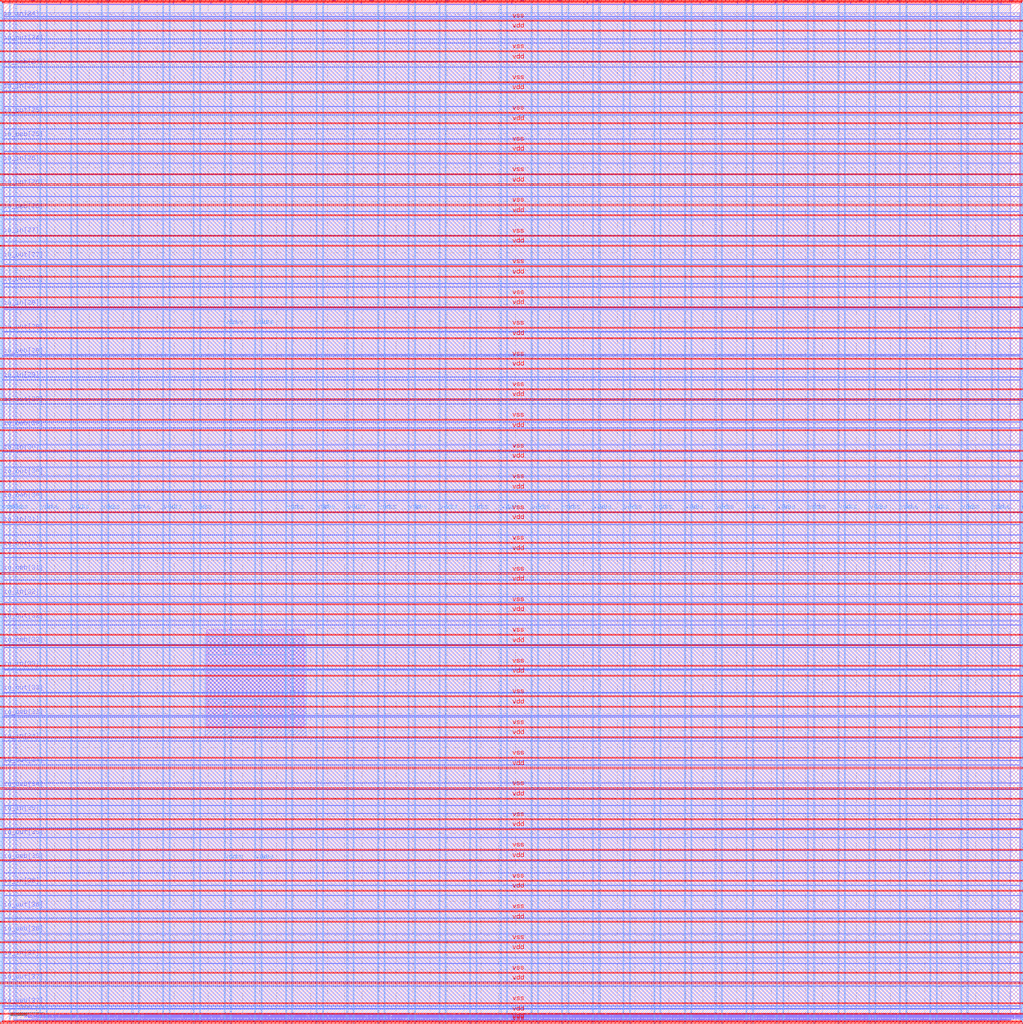
<source format=lef>
VERSION 5.7 ;
  NOWIREEXTENSIONATPIN ON ;
  DIVIDERCHAR "/" ;
  BUSBITCHARS "[]" ;
MACRO user_project_wrapper
  CLASS BLOCK ;
  FOREIGN user_project_wrapper ;
  ORIGIN 0.000 0.000 ;
  SIZE 2980.200 BY 2980.200 ;
  PIN io_in[0]
    DIRECTION INPUT ;
    USE SIGNAL ;
    PORT
      LAYER Metal3 ;
        RECT 2977.800 35.560 2985.000 36.680 ;
    END
  END io_in[0]
  PIN io_in[10]
    DIRECTION INPUT ;
    USE SIGNAL ;
    PORT
      LAYER Metal3 ;
        RECT 2977.800 2017.960 2985.000 2019.080 ;
    END
  END io_in[10]
  PIN io_in[11]
    DIRECTION INPUT ;
    USE SIGNAL ;
    PORT
      LAYER Metal3 ;
        RECT 2977.800 2216.200 2985.000 2217.320 ;
    END
  END io_in[11]
  PIN io_in[12]
    DIRECTION INPUT ;
    USE SIGNAL ;
    PORT
      LAYER Metal3 ;
        RECT 2977.800 2414.440 2985.000 2415.560 ;
    END
  END io_in[12]
  PIN io_in[13]
    DIRECTION INPUT ;
    USE SIGNAL ;
    PORT
      LAYER Metal3 ;
        RECT 2977.800 2612.680 2985.000 2613.800 ;
    END
  END io_in[13]
  PIN io_in[14]
    DIRECTION INPUT ;
    USE SIGNAL ;
    PORT
      LAYER Metal3 ;
        RECT 2977.800 2810.920 2985.000 2812.040 ;
    END
  END io_in[14]
  PIN io_in[15]
    DIRECTION INPUT ;
    USE SIGNAL ;
    PORT
      LAYER Metal2 ;
        RECT 2923.480 2977.800 2924.600 2985.000 ;
    END
  END io_in[15]
  PIN io_in[16]
    DIRECTION INPUT ;
    USE SIGNAL ;
    PORT
      LAYER Metal2 ;
        RECT 2592.520 2977.800 2593.640 2985.000 ;
    END
  END io_in[16]
  PIN io_in[17]
    DIRECTION INPUT ;
    USE SIGNAL ;
    PORT
      LAYER Metal2 ;
        RECT 2261.560 2977.800 2262.680 2985.000 ;
    END
  END io_in[17]
  PIN io_in[18]
    DIRECTION INPUT ;
    USE SIGNAL ;
    PORT
      LAYER Metal2 ;
        RECT 1930.600 2977.800 1931.720 2985.000 ;
    END
  END io_in[18]
  PIN io_in[19]
    DIRECTION INPUT ;
    USE SIGNAL ;
    PORT
      LAYER Metal2 ;
        RECT 1599.640 2977.800 1600.760 2985.000 ;
    END
  END io_in[19]
  PIN io_in[1]
    DIRECTION INPUT ;
    USE SIGNAL ;
    PORT
      LAYER Metal3 ;
        RECT 2977.800 233.800 2985.000 234.920 ;
    END
  END io_in[1]
  PIN io_in[20]
    DIRECTION INPUT ;
    USE SIGNAL ;
    PORT
      LAYER Metal2 ;
        RECT 1268.680 2977.800 1269.800 2985.000 ;
    END
  END io_in[20]
  PIN io_in[21]
    DIRECTION INPUT ;
    USE SIGNAL ;
    PORT
      LAYER Metal2 ;
        RECT 937.720 2977.800 938.840 2985.000 ;
    END
  END io_in[21]
  PIN io_in[22]
    DIRECTION INPUT ;
    USE SIGNAL ;
    PORT
      LAYER Metal2 ;
        RECT 606.760 2977.800 607.880 2985.000 ;
    END
  END io_in[22]
  PIN io_in[23]
    DIRECTION INPUT ;
    USE SIGNAL ;
    PORT
      LAYER Metal2 ;
        RECT 275.800 2977.800 276.920 2985.000 ;
    END
  END io_in[23]
  PIN io_in[24]
    DIRECTION INPUT ;
    USE SIGNAL ;
    PORT
      LAYER Metal3 ;
        RECT -4.800 2935.800 2.400 2936.920 ;
    END
  END io_in[24]
  PIN io_in[25]
    DIRECTION INPUT ;
    USE SIGNAL ;
    PORT
      LAYER Metal3 ;
        RECT -4.800 2724.120 2.400 2725.240 ;
    END
  END io_in[25]
  PIN io_in[26]
    DIRECTION INPUT ;
    USE SIGNAL ;
    PORT
      LAYER Metal3 ;
        RECT -4.800 2512.440 2.400 2513.560 ;
    END
  END io_in[26]
  PIN io_in[27]
    DIRECTION INPUT ;
    USE SIGNAL ;
    PORT
      LAYER Metal3 ;
        RECT -4.800 2300.760 2.400 2301.880 ;
    END
  END io_in[27]
  PIN io_in[28]
    DIRECTION INPUT ;
    USE SIGNAL ;
    PORT
      LAYER Metal3 ;
        RECT -4.800 2089.080 2.400 2090.200 ;
    END
  END io_in[28]
  PIN io_in[29]
    DIRECTION INPUT ;
    USE SIGNAL ;
    PORT
      LAYER Metal3 ;
        RECT -4.800 1877.400 2.400 1878.520 ;
    END
  END io_in[29]
  PIN io_in[2]
    DIRECTION INPUT ;
    USE SIGNAL ;
    PORT
      LAYER Metal3 ;
        RECT 2977.800 432.040 2985.000 433.160 ;
    END
  END io_in[2]
  PIN io_in[30]
    DIRECTION INPUT ;
    USE SIGNAL ;
    PORT
      LAYER Metal3 ;
        RECT -4.800 1665.720 2.400 1666.840 ;
    END
  END io_in[30]
  PIN io_in[31]
    DIRECTION INPUT ;
    USE SIGNAL ;
    PORT
      LAYER Metal3 ;
        RECT -4.800 1454.040 2.400 1455.160 ;
    END
  END io_in[31]
  PIN io_in[32]
    DIRECTION INPUT ;
    USE SIGNAL ;
    PORT
      LAYER Metal3 ;
        RECT -4.800 1242.360 2.400 1243.480 ;
    END
  END io_in[32]
  PIN io_in[33]
    DIRECTION INPUT ;
    USE SIGNAL ;
    PORT
      LAYER Metal3 ;
        RECT -4.800 1030.680 2.400 1031.800 ;
    END
  END io_in[33]
  PIN io_in[34]
    DIRECTION INPUT ;
    USE SIGNAL ;
    PORT
      LAYER Metal3 ;
        RECT -4.800 819.000 2.400 820.120 ;
    END
  END io_in[34]
  PIN io_in[35]
    DIRECTION INPUT ;
    USE SIGNAL ;
    PORT
      LAYER Metal3 ;
        RECT -4.800 607.320 2.400 608.440 ;
    END
  END io_in[35]
  PIN io_in[36]
    DIRECTION INPUT ;
    USE SIGNAL ;
    PORT
      LAYER Metal3 ;
        RECT -4.800 395.640 2.400 396.760 ;
    END
  END io_in[36]
  PIN io_in[37]
    DIRECTION INPUT ;
    USE SIGNAL ;
    PORT
      LAYER Metal3 ;
        RECT -4.800 183.960 2.400 185.080 ;
    END
  END io_in[37]
  PIN io_in[3]
    DIRECTION INPUT ;
    USE SIGNAL ;
    PORT
      LAYER Metal3 ;
        RECT 2977.800 630.280 2985.000 631.400 ;
    END
  END io_in[3]
  PIN io_in[4]
    DIRECTION INPUT ;
    USE SIGNAL ;
    PORT
      LAYER Metal3 ;
        RECT 2977.800 828.520 2985.000 829.640 ;
    END
  END io_in[4]
  PIN io_in[5]
    DIRECTION INPUT ;
    USE SIGNAL ;
    PORT
      LAYER Metal3 ;
        RECT 2977.800 1026.760 2985.000 1027.880 ;
    END
  END io_in[5]
  PIN io_in[6]
    DIRECTION INPUT ;
    USE SIGNAL ;
    PORT
      LAYER Metal3 ;
        RECT 2977.800 1225.000 2985.000 1226.120 ;
    END
  END io_in[6]
  PIN io_in[7]
    DIRECTION INPUT ;
    USE SIGNAL ;
    PORT
      LAYER Metal3 ;
        RECT 2977.800 1423.240 2985.000 1424.360 ;
    END
  END io_in[7]
  PIN io_in[8]
    DIRECTION INPUT ;
    USE SIGNAL ;
    PORT
      LAYER Metal3 ;
        RECT 2977.800 1621.480 2985.000 1622.600 ;
    END
  END io_in[8]
  PIN io_in[9]
    DIRECTION INPUT ;
    USE SIGNAL ;
    PORT
      LAYER Metal3 ;
        RECT 2977.800 1819.720 2985.000 1820.840 ;
    END
  END io_in[9]
  PIN io_oeb[0]
    DIRECTION OUTPUT TRISTATE ;
    USE SIGNAL ;
    PORT
      LAYER Metal3 ;
        RECT 2977.800 167.720 2985.000 168.840 ;
    END
  END io_oeb[0]
  PIN io_oeb[10]
    DIRECTION OUTPUT TRISTATE ;
    USE SIGNAL ;
    PORT
      LAYER Metal3 ;
        RECT 2977.800 2150.120 2985.000 2151.240 ;
    END
  END io_oeb[10]
  PIN io_oeb[11]
    DIRECTION OUTPUT TRISTATE ;
    USE SIGNAL ;
    PORT
      LAYER Metal3 ;
        RECT 2977.800 2348.360 2985.000 2349.480 ;
    END
  END io_oeb[11]
  PIN io_oeb[12]
    DIRECTION OUTPUT TRISTATE ;
    USE SIGNAL ;
    PORT
      LAYER Metal3 ;
        RECT 2977.800 2546.600 2985.000 2547.720 ;
    END
  END io_oeb[12]
  PIN io_oeb[13]
    DIRECTION OUTPUT TRISTATE ;
    USE SIGNAL ;
    PORT
      LAYER Metal3 ;
        RECT 2977.800 2744.840 2985.000 2745.960 ;
    END
  END io_oeb[13]
  PIN io_oeb[14]
    DIRECTION OUTPUT TRISTATE ;
    USE SIGNAL ;
    PORT
      LAYER Metal3 ;
        RECT 2977.800 2943.080 2985.000 2944.200 ;
    END
  END io_oeb[14]
  PIN io_oeb[15]
    DIRECTION OUTPUT TRISTATE ;
    USE SIGNAL ;
    PORT
      LAYER Metal2 ;
        RECT 2702.840 2977.800 2703.960 2985.000 ;
    END
  END io_oeb[15]
  PIN io_oeb[16]
    DIRECTION OUTPUT TRISTATE ;
    USE SIGNAL ;
    PORT
      LAYER Metal2 ;
        RECT 2371.880 2977.800 2373.000 2985.000 ;
    END
  END io_oeb[16]
  PIN io_oeb[17]
    DIRECTION OUTPUT TRISTATE ;
    USE SIGNAL ;
    PORT
      LAYER Metal2 ;
        RECT 2040.920 2977.800 2042.040 2985.000 ;
    END
  END io_oeb[17]
  PIN io_oeb[18]
    DIRECTION OUTPUT TRISTATE ;
    USE SIGNAL ;
    PORT
      LAYER Metal2 ;
        RECT 1709.960 2977.800 1711.080 2985.000 ;
    END
  END io_oeb[18]
  PIN io_oeb[19]
    DIRECTION OUTPUT TRISTATE ;
    USE SIGNAL ;
    PORT
      LAYER Metal2 ;
        RECT 1379.000 2977.800 1380.120 2985.000 ;
    END
  END io_oeb[19]
  PIN io_oeb[1]
    DIRECTION OUTPUT TRISTATE ;
    USE SIGNAL ;
    PORT
      LAYER Metal3 ;
        RECT 2977.800 365.960 2985.000 367.080 ;
    END
  END io_oeb[1]
  PIN io_oeb[20]
    DIRECTION OUTPUT TRISTATE ;
    USE SIGNAL ;
    PORT
      LAYER Metal2 ;
        RECT 1048.040 2977.800 1049.160 2985.000 ;
    END
  END io_oeb[20]
  PIN io_oeb[21]
    DIRECTION OUTPUT TRISTATE ;
    USE SIGNAL ;
    PORT
      LAYER Metal2 ;
        RECT 717.080 2977.800 718.200 2985.000 ;
    END
  END io_oeb[21]
  PIN io_oeb[22]
    DIRECTION OUTPUT TRISTATE ;
    USE SIGNAL ;
    PORT
      LAYER Metal2 ;
        RECT 386.120 2977.800 387.240 2985.000 ;
    END
  END io_oeb[22]
  PIN io_oeb[23]
    DIRECTION OUTPUT TRISTATE ;
    USE SIGNAL ;
    PORT
      LAYER Metal2 ;
        RECT 55.160 2977.800 56.280 2985.000 ;
    END
  END io_oeb[23]
  PIN io_oeb[24]
    DIRECTION OUTPUT TRISTATE ;
    USE SIGNAL ;
    PORT
      LAYER Metal3 ;
        RECT -4.800 2794.680 2.400 2795.800 ;
    END
  END io_oeb[24]
  PIN io_oeb[25]
    DIRECTION OUTPUT TRISTATE ;
    USE SIGNAL ;
    PORT
      LAYER Metal3 ;
        RECT -4.800 2583.000 2.400 2584.120 ;
    END
  END io_oeb[25]
  PIN io_oeb[26]
    DIRECTION OUTPUT TRISTATE ;
    USE SIGNAL ;
    PORT
      LAYER Metal3 ;
        RECT -4.800 2371.320 2.400 2372.440 ;
    END
  END io_oeb[26]
  PIN io_oeb[27]
    DIRECTION OUTPUT TRISTATE ;
    USE SIGNAL ;
    PORT
      LAYER Metal3 ;
        RECT -4.800 2159.640 2.400 2160.760 ;
    END
  END io_oeb[27]
  PIN io_oeb[28]
    DIRECTION OUTPUT TRISTATE ;
    USE SIGNAL ;
    PORT
      LAYER Metal3 ;
        RECT -4.800 1947.960 2.400 1949.080 ;
    END
  END io_oeb[28]
  PIN io_oeb[29]
    DIRECTION OUTPUT TRISTATE ;
    USE SIGNAL ;
    PORT
      LAYER Metal3 ;
        RECT -4.800 1736.280 2.400 1737.400 ;
    END
  END io_oeb[29]
  PIN io_oeb[2]
    DIRECTION OUTPUT TRISTATE ;
    USE SIGNAL ;
    PORT
      LAYER Metal3 ;
        RECT 2977.800 564.200 2985.000 565.320 ;
    END
  END io_oeb[2]
  PIN io_oeb[30]
    DIRECTION OUTPUT TRISTATE ;
    USE SIGNAL ;
    PORT
      LAYER Metal3 ;
        RECT -4.800 1524.600 2.400 1525.720 ;
    END
  END io_oeb[30]
  PIN io_oeb[31]
    DIRECTION OUTPUT TRISTATE ;
    USE SIGNAL ;
    PORT
      LAYER Metal3 ;
        RECT -4.800 1312.920 2.400 1314.040 ;
    END
  END io_oeb[31]
  PIN io_oeb[32]
    DIRECTION OUTPUT TRISTATE ;
    USE SIGNAL ;
    PORT
      LAYER Metal3 ;
        RECT -4.800 1101.240 2.400 1102.360 ;
    END
  END io_oeb[32]
  PIN io_oeb[33]
    DIRECTION OUTPUT TRISTATE ;
    USE SIGNAL ;
    PORT
      LAYER Metal3 ;
        RECT -4.800 889.560 2.400 890.680 ;
    END
  END io_oeb[33]
  PIN io_oeb[34]
    DIRECTION OUTPUT TRISTATE ;
    USE SIGNAL ;
    PORT
      LAYER Metal3 ;
        RECT -4.800 677.880 2.400 679.000 ;
    END
  END io_oeb[34]
  PIN io_oeb[35]
    DIRECTION OUTPUT TRISTATE ;
    USE SIGNAL ;
    PORT
      LAYER Metal3 ;
        RECT -4.800 466.200 2.400 467.320 ;
    END
  END io_oeb[35]
  PIN io_oeb[36]
    DIRECTION OUTPUT TRISTATE ;
    USE SIGNAL ;
    PORT
      LAYER Metal3 ;
        RECT -4.800 254.520 2.400 255.640 ;
    END
  END io_oeb[36]
  PIN io_oeb[37]
    DIRECTION OUTPUT TRISTATE ;
    USE SIGNAL ;
    PORT
      LAYER Metal3 ;
        RECT -4.800 42.840 2.400 43.960 ;
    END
  END io_oeb[37]
  PIN io_oeb[3]
    DIRECTION OUTPUT TRISTATE ;
    USE SIGNAL ;
    PORT
      LAYER Metal3 ;
        RECT 2977.800 762.440 2985.000 763.560 ;
    END
  END io_oeb[3]
  PIN io_oeb[4]
    DIRECTION OUTPUT TRISTATE ;
    USE SIGNAL ;
    PORT
      LAYER Metal3 ;
        RECT 2977.800 960.680 2985.000 961.800 ;
    END
  END io_oeb[4]
  PIN io_oeb[5]
    DIRECTION OUTPUT TRISTATE ;
    USE SIGNAL ;
    PORT
      LAYER Metal3 ;
        RECT 2977.800 1158.920 2985.000 1160.040 ;
    END
  END io_oeb[5]
  PIN io_oeb[6]
    DIRECTION OUTPUT TRISTATE ;
    USE SIGNAL ;
    PORT
      LAYER Metal3 ;
        RECT 2977.800 1357.160 2985.000 1358.280 ;
    END
  END io_oeb[6]
  PIN io_oeb[7]
    DIRECTION OUTPUT TRISTATE ;
    USE SIGNAL ;
    PORT
      LAYER Metal3 ;
        RECT 2977.800 1555.400 2985.000 1556.520 ;
    END
  END io_oeb[7]
  PIN io_oeb[8]
    DIRECTION OUTPUT TRISTATE ;
    USE SIGNAL ;
    PORT
      LAYER Metal3 ;
        RECT 2977.800 1753.640 2985.000 1754.760 ;
    END
  END io_oeb[8]
  PIN io_oeb[9]
    DIRECTION OUTPUT TRISTATE ;
    USE SIGNAL ;
    PORT
      LAYER Metal3 ;
        RECT 2977.800 1951.880 2985.000 1953.000 ;
    END
  END io_oeb[9]
  PIN io_out[0]
    DIRECTION OUTPUT TRISTATE ;
    USE SIGNAL ;
    PORT
      LAYER Metal3 ;
        RECT 2977.800 101.640 2985.000 102.760 ;
    END
  END io_out[0]
  PIN io_out[10]
    DIRECTION OUTPUT TRISTATE ;
    USE SIGNAL ;
    PORT
      LAYER Metal3 ;
        RECT 2977.800 2084.040 2985.000 2085.160 ;
    END
  END io_out[10]
  PIN io_out[11]
    DIRECTION OUTPUT TRISTATE ;
    USE SIGNAL ;
    PORT
      LAYER Metal3 ;
        RECT 2977.800 2282.280 2985.000 2283.400 ;
    END
  END io_out[11]
  PIN io_out[12]
    DIRECTION OUTPUT TRISTATE ;
    USE SIGNAL ;
    PORT
      LAYER Metal3 ;
        RECT 2977.800 2480.520 2985.000 2481.640 ;
    END
  END io_out[12]
  PIN io_out[13]
    DIRECTION OUTPUT TRISTATE ;
    USE SIGNAL ;
    PORT
      LAYER Metal3 ;
        RECT 2977.800 2678.760 2985.000 2679.880 ;
    END
  END io_out[13]
  PIN io_out[14]
    DIRECTION OUTPUT TRISTATE ;
    USE SIGNAL ;
    PORT
      LAYER Metal3 ;
        RECT 2977.800 2877.000 2985.000 2878.120 ;
    END
  END io_out[14]
  PIN io_out[15]
    DIRECTION OUTPUT TRISTATE ;
    USE SIGNAL ;
    PORT
      LAYER Metal2 ;
        RECT 2813.160 2977.800 2814.280 2985.000 ;
    END
  END io_out[15]
  PIN io_out[16]
    DIRECTION OUTPUT TRISTATE ;
    USE SIGNAL ;
    PORT
      LAYER Metal2 ;
        RECT 2482.200 2977.800 2483.320 2985.000 ;
    END
  END io_out[16]
  PIN io_out[17]
    DIRECTION OUTPUT TRISTATE ;
    USE SIGNAL ;
    PORT
      LAYER Metal2 ;
        RECT 2151.240 2977.800 2152.360 2985.000 ;
    END
  END io_out[17]
  PIN io_out[18]
    DIRECTION OUTPUT TRISTATE ;
    USE SIGNAL ;
    PORT
      LAYER Metal2 ;
        RECT 1820.280 2977.800 1821.400 2985.000 ;
    END
  END io_out[18]
  PIN io_out[19]
    DIRECTION OUTPUT TRISTATE ;
    USE SIGNAL ;
    PORT
      LAYER Metal2 ;
        RECT 1489.320 2977.800 1490.440 2985.000 ;
    END
  END io_out[19]
  PIN io_out[1]
    DIRECTION OUTPUT TRISTATE ;
    USE SIGNAL ;
    PORT
      LAYER Metal3 ;
        RECT 2977.800 299.880 2985.000 301.000 ;
    END
  END io_out[1]
  PIN io_out[20]
    DIRECTION OUTPUT TRISTATE ;
    USE SIGNAL ;
    PORT
      LAYER Metal2 ;
        RECT 1158.360 2977.800 1159.480 2985.000 ;
    END
  END io_out[20]
  PIN io_out[21]
    DIRECTION OUTPUT TRISTATE ;
    USE SIGNAL ;
    PORT
      LAYER Metal2 ;
        RECT 827.400 2977.800 828.520 2985.000 ;
    END
  END io_out[21]
  PIN io_out[22]
    DIRECTION OUTPUT TRISTATE ;
    USE SIGNAL ;
    PORT
      LAYER Metal2 ;
        RECT 496.440 2977.800 497.560 2985.000 ;
    END
  END io_out[22]
  PIN io_out[23]
    DIRECTION OUTPUT TRISTATE ;
    USE SIGNAL ;
    PORT
      LAYER Metal2 ;
        RECT 165.480 2977.800 166.600 2985.000 ;
    END
  END io_out[23]
  PIN io_out[24]
    DIRECTION OUTPUT TRISTATE ;
    USE SIGNAL ;
    PORT
      LAYER Metal3 ;
        RECT -4.800 2865.240 2.400 2866.360 ;
    END
  END io_out[24]
  PIN io_out[25]
    DIRECTION OUTPUT TRISTATE ;
    USE SIGNAL ;
    PORT
      LAYER Metal3 ;
        RECT -4.800 2653.560 2.400 2654.680 ;
    END
  END io_out[25]
  PIN io_out[26]
    DIRECTION OUTPUT TRISTATE ;
    USE SIGNAL ;
    PORT
      LAYER Metal3 ;
        RECT -4.800 2441.880 2.400 2443.000 ;
    END
  END io_out[26]
  PIN io_out[27]
    DIRECTION OUTPUT TRISTATE ;
    USE SIGNAL ;
    PORT
      LAYER Metal3 ;
        RECT -4.800 2230.200 2.400 2231.320 ;
    END
  END io_out[27]
  PIN io_out[28]
    DIRECTION OUTPUT TRISTATE ;
    USE SIGNAL ;
    PORT
      LAYER Metal3 ;
        RECT -4.800 2018.520 2.400 2019.640 ;
    END
  END io_out[28]
  PIN io_out[29]
    DIRECTION OUTPUT TRISTATE ;
    USE SIGNAL ;
    PORT
      LAYER Metal3 ;
        RECT -4.800 1806.840 2.400 1807.960 ;
    END
  END io_out[29]
  PIN io_out[2]
    DIRECTION OUTPUT TRISTATE ;
    USE SIGNAL ;
    PORT
      LAYER Metal3 ;
        RECT 2977.800 498.120 2985.000 499.240 ;
    END
  END io_out[2]
  PIN io_out[30]
    DIRECTION OUTPUT TRISTATE ;
    USE SIGNAL ;
    PORT
      LAYER Metal3 ;
        RECT -4.800 1595.160 2.400 1596.280 ;
    END
  END io_out[30]
  PIN io_out[31]
    DIRECTION OUTPUT TRISTATE ;
    USE SIGNAL ;
    PORT
      LAYER Metal3 ;
        RECT -4.800 1383.480 2.400 1384.600 ;
    END
  END io_out[31]
  PIN io_out[32]
    DIRECTION OUTPUT TRISTATE ;
    USE SIGNAL ;
    PORT
      LAYER Metal3 ;
        RECT -4.800 1171.800 2.400 1172.920 ;
    END
  END io_out[32]
  PIN io_out[33]
    DIRECTION OUTPUT TRISTATE ;
    USE SIGNAL ;
    PORT
      LAYER Metal3 ;
        RECT -4.800 960.120 2.400 961.240 ;
    END
  END io_out[33]
  PIN io_out[34]
    DIRECTION OUTPUT TRISTATE ;
    USE SIGNAL ;
    PORT
      LAYER Metal3 ;
        RECT -4.800 748.440 2.400 749.560 ;
    END
  END io_out[34]
  PIN io_out[35]
    DIRECTION OUTPUT TRISTATE ;
    USE SIGNAL ;
    PORT
      LAYER Metal3 ;
        RECT -4.800 536.760 2.400 537.880 ;
    END
  END io_out[35]
  PIN io_out[36]
    DIRECTION OUTPUT TRISTATE ;
    USE SIGNAL ;
    PORT
      LAYER Metal3 ;
        RECT -4.800 325.080 2.400 326.200 ;
    END
  END io_out[36]
  PIN io_out[37]
    DIRECTION OUTPUT TRISTATE ;
    USE SIGNAL ;
    PORT
      LAYER Metal3 ;
        RECT -4.800 113.400 2.400 114.520 ;
    END
  END io_out[37]
  PIN io_out[3]
    DIRECTION OUTPUT TRISTATE ;
    USE SIGNAL ;
    PORT
      LAYER Metal3 ;
        RECT 2977.800 696.360 2985.000 697.480 ;
    END
  END io_out[3]
  PIN io_out[4]
    DIRECTION OUTPUT TRISTATE ;
    USE SIGNAL ;
    PORT
      LAYER Metal3 ;
        RECT 2977.800 894.600 2985.000 895.720 ;
    END
  END io_out[4]
  PIN io_out[5]
    DIRECTION OUTPUT TRISTATE ;
    USE SIGNAL ;
    PORT
      LAYER Metal3 ;
        RECT 2977.800 1092.840 2985.000 1093.960 ;
    END
  END io_out[5]
  PIN io_out[6]
    DIRECTION OUTPUT TRISTATE ;
    USE SIGNAL ;
    PORT
      LAYER Metal3 ;
        RECT 2977.800 1291.080 2985.000 1292.200 ;
    END
  END io_out[6]
  PIN io_out[7]
    DIRECTION OUTPUT TRISTATE ;
    USE SIGNAL ;
    PORT
      LAYER Metal3 ;
        RECT 2977.800 1489.320 2985.000 1490.440 ;
    END
  END io_out[7]
  PIN io_out[8]
    DIRECTION OUTPUT TRISTATE ;
    USE SIGNAL ;
    PORT
      LAYER Metal3 ;
        RECT 2977.800 1687.560 2985.000 1688.680 ;
    END
  END io_out[8]
  PIN io_out[9]
    DIRECTION OUTPUT TRISTATE ;
    USE SIGNAL ;
    PORT
      LAYER Metal3 ;
        RECT 2977.800 1885.800 2985.000 1886.920 ;
    END
  END io_out[9]
  PIN la_data_in[0]
    DIRECTION INPUT ;
    USE SIGNAL ;
    PORT
      LAYER Metal2 ;
        RECT 1065.960 -4.800 1067.080 2.400 ;
    END
  END la_data_in[0]
  PIN la_data_in[10]
    DIRECTION INPUT ;
    USE SIGNAL ;
    PORT
      LAYER Metal2 ;
        RECT 1351.560 -4.800 1352.680 2.400 ;
    END
  END la_data_in[10]
  PIN la_data_in[11]
    DIRECTION INPUT ;
    USE SIGNAL ;
    PORT
      LAYER Metal2 ;
        RECT 1380.120 -4.800 1381.240 2.400 ;
    END
  END la_data_in[11]
  PIN la_data_in[12]
    DIRECTION INPUT ;
    USE SIGNAL ;
    PORT
      LAYER Metal2 ;
        RECT 1408.680 -4.800 1409.800 2.400 ;
    END
  END la_data_in[12]
  PIN la_data_in[13]
    DIRECTION INPUT ;
    USE SIGNAL ;
    PORT
      LAYER Metal2 ;
        RECT 1437.240 -4.800 1438.360 2.400 ;
    END
  END la_data_in[13]
  PIN la_data_in[14]
    DIRECTION INPUT ;
    USE SIGNAL ;
    PORT
      LAYER Metal2 ;
        RECT 1465.800 -4.800 1466.920 2.400 ;
    END
  END la_data_in[14]
  PIN la_data_in[15]
    DIRECTION INPUT ;
    USE SIGNAL ;
    PORT
      LAYER Metal2 ;
        RECT 1494.360 -4.800 1495.480 2.400 ;
    END
  END la_data_in[15]
  PIN la_data_in[16]
    DIRECTION INPUT ;
    USE SIGNAL ;
    PORT
      LAYER Metal2 ;
        RECT 1522.920 -4.800 1524.040 2.400 ;
    END
  END la_data_in[16]
  PIN la_data_in[17]
    DIRECTION INPUT ;
    USE SIGNAL ;
    PORT
      LAYER Metal2 ;
        RECT 1551.480 -4.800 1552.600 2.400 ;
    END
  END la_data_in[17]
  PIN la_data_in[18]
    DIRECTION INPUT ;
    USE SIGNAL ;
    PORT
      LAYER Metal2 ;
        RECT 1580.040 -4.800 1581.160 2.400 ;
    END
  END la_data_in[18]
  PIN la_data_in[19]
    DIRECTION INPUT ;
    USE SIGNAL ;
    PORT
      LAYER Metal2 ;
        RECT 1608.600 -4.800 1609.720 2.400 ;
    END
  END la_data_in[19]
  PIN la_data_in[1]
    DIRECTION INPUT ;
    USE SIGNAL ;
    PORT
      LAYER Metal2 ;
        RECT 1094.520 -4.800 1095.640 2.400 ;
    END
  END la_data_in[1]
  PIN la_data_in[20]
    DIRECTION INPUT ;
    USE SIGNAL ;
    PORT
      LAYER Metal2 ;
        RECT 1637.160 -4.800 1638.280 2.400 ;
    END
  END la_data_in[20]
  PIN la_data_in[21]
    DIRECTION INPUT ;
    USE SIGNAL ;
    PORT
      LAYER Metal2 ;
        RECT 1665.720 -4.800 1666.840 2.400 ;
    END
  END la_data_in[21]
  PIN la_data_in[22]
    DIRECTION INPUT ;
    USE SIGNAL ;
    PORT
      LAYER Metal2 ;
        RECT 1694.280 -4.800 1695.400 2.400 ;
    END
  END la_data_in[22]
  PIN la_data_in[23]
    DIRECTION INPUT ;
    USE SIGNAL ;
    PORT
      LAYER Metal2 ;
        RECT 1722.840 -4.800 1723.960 2.400 ;
    END
  END la_data_in[23]
  PIN la_data_in[24]
    DIRECTION INPUT ;
    USE SIGNAL ;
    PORT
      LAYER Metal2 ;
        RECT 1751.400 -4.800 1752.520 2.400 ;
    END
  END la_data_in[24]
  PIN la_data_in[25]
    DIRECTION INPUT ;
    USE SIGNAL ;
    PORT
      LAYER Metal2 ;
        RECT 1779.960 -4.800 1781.080 2.400 ;
    END
  END la_data_in[25]
  PIN la_data_in[26]
    DIRECTION INPUT ;
    USE SIGNAL ;
    PORT
      LAYER Metal2 ;
        RECT 1808.520 -4.800 1809.640 2.400 ;
    END
  END la_data_in[26]
  PIN la_data_in[27]
    DIRECTION INPUT ;
    USE SIGNAL ;
    PORT
      LAYER Metal2 ;
        RECT 1837.080 -4.800 1838.200 2.400 ;
    END
  END la_data_in[27]
  PIN la_data_in[28]
    DIRECTION INPUT ;
    USE SIGNAL ;
    PORT
      LAYER Metal2 ;
        RECT 1865.640 -4.800 1866.760 2.400 ;
    END
  END la_data_in[28]
  PIN la_data_in[29]
    DIRECTION INPUT ;
    USE SIGNAL ;
    PORT
      LAYER Metal2 ;
        RECT 1894.200 -4.800 1895.320 2.400 ;
    END
  END la_data_in[29]
  PIN la_data_in[2]
    DIRECTION INPUT ;
    USE SIGNAL ;
    PORT
      LAYER Metal2 ;
        RECT 1123.080 -4.800 1124.200 2.400 ;
    END
  END la_data_in[2]
  PIN la_data_in[30]
    DIRECTION INPUT ;
    USE SIGNAL ;
    PORT
      LAYER Metal2 ;
        RECT 1922.760 -4.800 1923.880 2.400 ;
    END
  END la_data_in[30]
  PIN la_data_in[31]
    DIRECTION INPUT ;
    USE SIGNAL ;
    PORT
      LAYER Metal2 ;
        RECT 1951.320 -4.800 1952.440 2.400 ;
    END
  END la_data_in[31]
  PIN la_data_in[32]
    DIRECTION INPUT ;
    USE SIGNAL ;
    PORT
      LAYER Metal2 ;
        RECT 1979.880 -4.800 1981.000 2.400 ;
    END
  END la_data_in[32]
  PIN la_data_in[33]
    DIRECTION INPUT ;
    USE SIGNAL ;
    PORT
      LAYER Metal2 ;
        RECT 2008.440 -4.800 2009.560 2.400 ;
    END
  END la_data_in[33]
  PIN la_data_in[34]
    DIRECTION INPUT ;
    USE SIGNAL ;
    PORT
      LAYER Metal2 ;
        RECT 2037.000 -4.800 2038.120 2.400 ;
    END
  END la_data_in[34]
  PIN la_data_in[35]
    DIRECTION INPUT ;
    USE SIGNAL ;
    PORT
      LAYER Metal2 ;
        RECT 2065.560 -4.800 2066.680 2.400 ;
    END
  END la_data_in[35]
  PIN la_data_in[36]
    DIRECTION INPUT ;
    USE SIGNAL ;
    PORT
      LAYER Metal2 ;
        RECT 2094.120 -4.800 2095.240 2.400 ;
    END
  END la_data_in[36]
  PIN la_data_in[37]
    DIRECTION INPUT ;
    USE SIGNAL ;
    PORT
      LAYER Metal2 ;
        RECT 2122.680 -4.800 2123.800 2.400 ;
    END
  END la_data_in[37]
  PIN la_data_in[38]
    DIRECTION INPUT ;
    USE SIGNAL ;
    PORT
      LAYER Metal2 ;
        RECT 2151.240 -4.800 2152.360 2.400 ;
    END
  END la_data_in[38]
  PIN la_data_in[39]
    DIRECTION INPUT ;
    USE SIGNAL ;
    PORT
      LAYER Metal2 ;
        RECT 2179.800 -4.800 2180.920 2.400 ;
    END
  END la_data_in[39]
  PIN la_data_in[3]
    DIRECTION INPUT ;
    USE SIGNAL ;
    PORT
      LAYER Metal2 ;
        RECT 1151.640 -4.800 1152.760 2.400 ;
    END
  END la_data_in[3]
  PIN la_data_in[40]
    DIRECTION INPUT ;
    USE SIGNAL ;
    PORT
      LAYER Metal2 ;
        RECT 2208.360 -4.800 2209.480 2.400 ;
    END
  END la_data_in[40]
  PIN la_data_in[41]
    DIRECTION INPUT ;
    USE SIGNAL ;
    PORT
      LAYER Metal2 ;
        RECT 2236.920 -4.800 2238.040 2.400 ;
    END
  END la_data_in[41]
  PIN la_data_in[42]
    DIRECTION INPUT ;
    USE SIGNAL ;
    PORT
      LAYER Metal2 ;
        RECT 2265.480 -4.800 2266.600 2.400 ;
    END
  END la_data_in[42]
  PIN la_data_in[43]
    DIRECTION INPUT ;
    USE SIGNAL ;
    PORT
      LAYER Metal2 ;
        RECT 2294.040 -4.800 2295.160 2.400 ;
    END
  END la_data_in[43]
  PIN la_data_in[44]
    DIRECTION INPUT ;
    USE SIGNAL ;
    PORT
      LAYER Metal2 ;
        RECT 2322.600 -4.800 2323.720 2.400 ;
    END
  END la_data_in[44]
  PIN la_data_in[45]
    DIRECTION INPUT ;
    USE SIGNAL ;
    PORT
      LAYER Metal2 ;
        RECT 2351.160 -4.800 2352.280 2.400 ;
    END
  END la_data_in[45]
  PIN la_data_in[46]
    DIRECTION INPUT ;
    USE SIGNAL ;
    PORT
      LAYER Metal2 ;
        RECT 2379.720 -4.800 2380.840 2.400 ;
    END
  END la_data_in[46]
  PIN la_data_in[47]
    DIRECTION INPUT ;
    USE SIGNAL ;
    PORT
      LAYER Metal2 ;
        RECT 2408.280 -4.800 2409.400 2.400 ;
    END
  END la_data_in[47]
  PIN la_data_in[48]
    DIRECTION INPUT ;
    USE SIGNAL ;
    PORT
      LAYER Metal2 ;
        RECT 2436.840 -4.800 2437.960 2.400 ;
    END
  END la_data_in[48]
  PIN la_data_in[49]
    DIRECTION INPUT ;
    USE SIGNAL ;
    PORT
      LAYER Metal2 ;
        RECT 2465.400 -4.800 2466.520 2.400 ;
    END
  END la_data_in[49]
  PIN la_data_in[4]
    DIRECTION INPUT ;
    USE SIGNAL ;
    PORT
      LAYER Metal2 ;
        RECT 1180.200 -4.800 1181.320 2.400 ;
    END
  END la_data_in[4]
  PIN la_data_in[50]
    DIRECTION INPUT ;
    USE SIGNAL ;
    PORT
      LAYER Metal2 ;
        RECT 2493.960 -4.800 2495.080 2.400 ;
    END
  END la_data_in[50]
  PIN la_data_in[51]
    DIRECTION INPUT ;
    USE SIGNAL ;
    PORT
      LAYER Metal2 ;
        RECT 2522.520 -4.800 2523.640 2.400 ;
    END
  END la_data_in[51]
  PIN la_data_in[52]
    DIRECTION INPUT ;
    USE SIGNAL ;
    PORT
      LAYER Metal2 ;
        RECT 2551.080 -4.800 2552.200 2.400 ;
    END
  END la_data_in[52]
  PIN la_data_in[53]
    DIRECTION INPUT ;
    USE SIGNAL ;
    PORT
      LAYER Metal2 ;
        RECT 2579.640 -4.800 2580.760 2.400 ;
    END
  END la_data_in[53]
  PIN la_data_in[54]
    DIRECTION INPUT ;
    USE SIGNAL ;
    PORT
      LAYER Metal2 ;
        RECT 2608.200 -4.800 2609.320 2.400 ;
    END
  END la_data_in[54]
  PIN la_data_in[55]
    DIRECTION INPUT ;
    USE SIGNAL ;
    PORT
      LAYER Metal2 ;
        RECT 2636.760 -4.800 2637.880 2.400 ;
    END
  END la_data_in[55]
  PIN la_data_in[56]
    DIRECTION INPUT ;
    USE SIGNAL ;
    PORT
      LAYER Metal2 ;
        RECT 2665.320 -4.800 2666.440 2.400 ;
    END
  END la_data_in[56]
  PIN la_data_in[57]
    DIRECTION INPUT ;
    USE SIGNAL ;
    PORT
      LAYER Metal2 ;
        RECT 2693.880 -4.800 2695.000 2.400 ;
    END
  END la_data_in[57]
  PIN la_data_in[58]
    DIRECTION INPUT ;
    USE SIGNAL ;
    PORT
      LAYER Metal2 ;
        RECT 2722.440 -4.800 2723.560 2.400 ;
    END
  END la_data_in[58]
  PIN la_data_in[59]
    DIRECTION INPUT ;
    USE SIGNAL ;
    PORT
      LAYER Metal2 ;
        RECT 2751.000 -4.800 2752.120 2.400 ;
    END
  END la_data_in[59]
  PIN la_data_in[5]
    DIRECTION INPUT ;
    USE SIGNAL ;
    PORT
      LAYER Metal2 ;
        RECT 1208.760 -4.800 1209.880 2.400 ;
    END
  END la_data_in[5]
  PIN la_data_in[60]
    DIRECTION INPUT ;
    USE SIGNAL ;
    PORT
      LAYER Metal2 ;
        RECT 2779.560 -4.800 2780.680 2.400 ;
    END
  END la_data_in[60]
  PIN la_data_in[61]
    DIRECTION INPUT ;
    USE SIGNAL ;
    PORT
      LAYER Metal2 ;
        RECT 2808.120 -4.800 2809.240 2.400 ;
    END
  END la_data_in[61]
  PIN la_data_in[62]
    DIRECTION INPUT ;
    USE SIGNAL ;
    PORT
      LAYER Metal2 ;
        RECT 2836.680 -4.800 2837.800 2.400 ;
    END
  END la_data_in[62]
  PIN la_data_in[63]
    DIRECTION INPUT ;
    USE SIGNAL ;
    PORT
      LAYER Metal2 ;
        RECT 2865.240 -4.800 2866.360 2.400 ;
    END
  END la_data_in[63]
  PIN la_data_in[6]
    DIRECTION INPUT ;
    USE SIGNAL ;
    PORT
      LAYER Metal2 ;
        RECT 1237.320 -4.800 1238.440 2.400 ;
    END
  END la_data_in[6]
  PIN la_data_in[7]
    DIRECTION INPUT ;
    USE SIGNAL ;
    PORT
      LAYER Metal2 ;
        RECT 1265.880 -4.800 1267.000 2.400 ;
    END
  END la_data_in[7]
  PIN la_data_in[8]
    DIRECTION INPUT ;
    USE SIGNAL ;
    PORT
      LAYER Metal2 ;
        RECT 1294.440 -4.800 1295.560 2.400 ;
    END
  END la_data_in[8]
  PIN la_data_in[9]
    DIRECTION INPUT ;
    USE SIGNAL ;
    PORT
      LAYER Metal2 ;
        RECT 1323.000 -4.800 1324.120 2.400 ;
    END
  END la_data_in[9]
  PIN la_data_out[0]
    DIRECTION OUTPUT TRISTATE ;
    USE SIGNAL ;
    PORT
      LAYER Metal2 ;
        RECT 1075.480 -4.800 1076.600 2.400 ;
    END
  END la_data_out[0]
  PIN la_data_out[10]
    DIRECTION OUTPUT TRISTATE ;
    USE SIGNAL ;
    PORT
      LAYER Metal2 ;
        RECT 1361.080 -4.800 1362.200 2.400 ;
    END
  END la_data_out[10]
  PIN la_data_out[11]
    DIRECTION OUTPUT TRISTATE ;
    USE SIGNAL ;
    PORT
      LAYER Metal2 ;
        RECT 1389.640 -4.800 1390.760 2.400 ;
    END
  END la_data_out[11]
  PIN la_data_out[12]
    DIRECTION OUTPUT TRISTATE ;
    USE SIGNAL ;
    PORT
      LAYER Metal2 ;
        RECT 1418.200 -4.800 1419.320 2.400 ;
    END
  END la_data_out[12]
  PIN la_data_out[13]
    DIRECTION OUTPUT TRISTATE ;
    USE SIGNAL ;
    PORT
      LAYER Metal2 ;
        RECT 1446.760 -4.800 1447.880 2.400 ;
    END
  END la_data_out[13]
  PIN la_data_out[14]
    DIRECTION OUTPUT TRISTATE ;
    USE SIGNAL ;
    PORT
      LAYER Metal2 ;
        RECT 1475.320 -4.800 1476.440 2.400 ;
    END
  END la_data_out[14]
  PIN la_data_out[15]
    DIRECTION OUTPUT TRISTATE ;
    USE SIGNAL ;
    PORT
      LAYER Metal2 ;
        RECT 1503.880 -4.800 1505.000 2.400 ;
    END
  END la_data_out[15]
  PIN la_data_out[16]
    DIRECTION OUTPUT TRISTATE ;
    USE SIGNAL ;
    PORT
      LAYER Metal2 ;
        RECT 1532.440 -4.800 1533.560 2.400 ;
    END
  END la_data_out[16]
  PIN la_data_out[17]
    DIRECTION OUTPUT TRISTATE ;
    USE SIGNAL ;
    PORT
      LAYER Metal2 ;
        RECT 1561.000 -4.800 1562.120 2.400 ;
    END
  END la_data_out[17]
  PIN la_data_out[18]
    DIRECTION OUTPUT TRISTATE ;
    USE SIGNAL ;
    PORT
      LAYER Metal2 ;
        RECT 1589.560 -4.800 1590.680 2.400 ;
    END
  END la_data_out[18]
  PIN la_data_out[19]
    DIRECTION OUTPUT TRISTATE ;
    USE SIGNAL ;
    PORT
      LAYER Metal2 ;
        RECT 1618.120 -4.800 1619.240 2.400 ;
    END
  END la_data_out[19]
  PIN la_data_out[1]
    DIRECTION OUTPUT TRISTATE ;
    USE SIGNAL ;
    PORT
      LAYER Metal2 ;
        RECT 1104.040 -4.800 1105.160 2.400 ;
    END
  END la_data_out[1]
  PIN la_data_out[20]
    DIRECTION OUTPUT TRISTATE ;
    USE SIGNAL ;
    PORT
      LAYER Metal2 ;
        RECT 1646.680 -4.800 1647.800 2.400 ;
    END
  END la_data_out[20]
  PIN la_data_out[21]
    DIRECTION OUTPUT TRISTATE ;
    USE SIGNAL ;
    PORT
      LAYER Metal2 ;
        RECT 1675.240 -4.800 1676.360 2.400 ;
    END
  END la_data_out[21]
  PIN la_data_out[22]
    DIRECTION OUTPUT TRISTATE ;
    USE SIGNAL ;
    PORT
      LAYER Metal2 ;
        RECT 1703.800 -4.800 1704.920 2.400 ;
    END
  END la_data_out[22]
  PIN la_data_out[23]
    DIRECTION OUTPUT TRISTATE ;
    USE SIGNAL ;
    PORT
      LAYER Metal2 ;
        RECT 1732.360 -4.800 1733.480 2.400 ;
    END
  END la_data_out[23]
  PIN la_data_out[24]
    DIRECTION OUTPUT TRISTATE ;
    USE SIGNAL ;
    PORT
      LAYER Metal2 ;
        RECT 1760.920 -4.800 1762.040 2.400 ;
    END
  END la_data_out[24]
  PIN la_data_out[25]
    DIRECTION OUTPUT TRISTATE ;
    USE SIGNAL ;
    PORT
      LAYER Metal2 ;
        RECT 1789.480 -4.800 1790.600 2.400 ;
    END
  END la_data_out[25]
  PIN la_data_out[26]
    DIRECTION OUTPUT TRISTATE ;
    USE SIGNAL ;
    PORT
      LAYER Metal2 ;
        RECT 1818.040 -4.800 1819.160 2.400 ;
    END
  END la_data_out[26]
  PIN la_data_out[27]
    DIRECTION OUTPUT TRISTATE ;
    USE SIGNAL ;
    PORT
      LAYER Metal2 ;
        RECT 1846.600 -4.800 1847.720 2.400 ;
    END
  END la_data_out[27]
  PIN la_data_out[28]
    DIRECTION OUTPUT TRISTATE ;
    USE SIGNAL ;
    PORT
      LAYER Metal2 ;
        RECT 1875.160 -4.800 1876.280 2.400 ;
    END
  END la_data_out[28]
  PIN la_data_out[29]
    DIRECTION OUTPUT TRISTATE ;
    USE SIGNAL ;
    PORT
      LAYER Metal2 ;
        RECT 1903.720 -4.800 1904.840 2.400 ;
    END
  END la_data_out[29]
  PIN la_data_out[2]
    DIRECTION OUTPUT TRISTATE ;
    USE SIGNAL ;
    PORT
      LAYER Metal2 ;
        RECT 1132.600 -4.800 1133.720 2.400 ;
    END
  END la_data_out[2]
  PIN la_data_out[30]
    DIRECTION OUTPUT TRISTATE ;
    USE SIGNAL ;
    PORT
      LAYER Metal2 ;
        RECT 1932.280 -4.800 1933.400 2.400 ;
    END
  END la_data_out[30]
  PIN la_data_out[31]
    DIRECTION OUTPUT TRISTATE ;
    USE SIGNAL ;
    PORT
      LAYER Metal2 ;
        RECT 1960.840 -4.800 1961.960 2.400 ;
    END
  END la_data_out[31]
  PIN la_data_out[32]
    DIRECTION OUTPUT TRISTATE ;
    USE SIGNAL ;
    PORT
      LAYER Metal2 ;
        RECT 1989.400 -4.800 1990.520 2.400 ;
    END
  END la_data_out[32]
  PIN la_data_out[33]
    DIRECTION OUTPUT TRISTATE ;
    USE SIGNAL ;
    PORT
      LAYER Metal2 ;
        RECT 2017.960 -4.800 2019.080 2.400 ;
    END
  END la_data_out[33]
  PIN la_data_out[34]
    DIRECTION OUTPUT TRISTATE ;
    USE SIGNAL ;
    PORT
      LAYER Metal2 ;
        RECT 2046.520 -4.800 2047.640 2.400 ;
    END
  END la_data_out[34]
  PIN la_data_out[35]
    DIRECTION OUTPUT TRISTATE ;
    USE SIGNAL ;
    PORT
      LAYER Metal2 ;
        RECT 2075.080 -4.800 2076.200 2.400 ;
    END
  END la_data_out[35]
  PIN la_data_out[36]
    DIRECTION OUTPUT TRISTATE ;
    USE SIGNAL ;
    PORT
      LAYER Metal2 ;
        RECT 2103.640 -4.800 2104.760 2.400 ;
    END
  END la_data_out[36]
  PIN la_data_out[37]
    DIRECTION OUTPUT TRISTATE ;
    USE SIGNAL ;
    PORT
      LAYER Metal2 ;
        RECT 2132.200 -4.800 2133.320 2.400 ;
    END
  END la_data_out[37]
  PIN la_data_out[38]
    DIRECTION OUTPUT TRISTATE ;
    USE SIGNAL ;
    PORT
      LAYER Metal2 ;
        RECT 2160.760 -4.800 2161.880 2.400 ;
    END
  END la_data_out[38]
  PIN la_data_out[39]
    DIRECTION OUTPUT TRISTATE ;
    USE SIGNAL ;
    PORT
      LAYER Metal2 ;
        RECT 2189.320 -4.800 2190.440 2.400 ;
    END
  END la_data_out[39]
  PIN la_data_out[3]
    DIRECTION OUTPUT TRISTATE ;
    USE SIGNAL ;
    PORT
      LAYER Metal2 ;
        RECT 1161.160 -4.800 1162.280 2.400 ;
    END
  END la_data_out[3]
  PIN la_data_out[40]
    DIRECTION OUTPUT TRISTATE ;
    USE SIGNAL ;
    PORT
      LAYER Metal2 ;
        RECT 2217.880 -4.800 2219.000 2.400 ;
    END
  END la_data_out[40]
  PIN la_data_out[41]
    DIRECTION OUTPUT TRISTATE ;
    USE SIGNAL ;
    PORT
      LAYER Metal2 ;
        RECT 2246.440 -4.800 2247.560 2.400 ;
    END
  END la_data_out[41]
  PIN la_data_out[42]
    DIRECTION OUTPUT TRISTATE ;
    USE SIGNAL ;
    PORT
      LAYER Metal2 ;
        RECT 2275.000 -4.800 2276.120 2.400 ;
    END
  END la_data_out[42]
  PIN la_data_out[43]
    DIRECTION OUTPUT TRISTATE ;
    USE SIGNAL ;
    PORT
      LAYER Metal2 ;
        RECT 2303.560 -4.800 2304.680 2.400 ;
    END
  END la_data_out[43]
  PIN la_data_out[44]
    DIRECTION OUTPUT TRISTATE ;
    USE SIGNAL ;
    PORT
      LAYER Metal2 ;
        RECT 2332.120 -4.800 2333.240 2.400 ;
    END
  END la_data_out[44]
  PIN la_data_out[45]
    DIRECTION OUTPUT TRISTATE ;
    USE SIGNAL ;
    PORT
      LAYER Metal2 ;
        RECT 2360.680 -4.800 2361.800 2.400 ;
    END
  END la_data_out[45]
  PIN la_data_out[46]
    DIRECTION OUTPUT TRISTATE ;
    USE SIGNAL ;
    PORT
      LAYER Metal2 ;
        RECT 2389.240 -4.800 2390.360 2.400 ;
    END
  END la_data_out[46]
  PIN la_data_out[47]
    DIRECTION OUTPUT TRISTATE ;
    USE SIGNAL ;
    PORT
      LAYER Metal2 ;
        RECT 2417.800 -4.800 2418.920 2.400 ;
    END
  END la_data_out[47]
  PIN la_data_out[48]
    DIRECTION OUTPUT TRISTATE ;
    USE SIGNAL ;
    PORT
      LAYER Metal2 ;
        RECT 2446.360 -4.800 2447.480 2.400 ;
    END
  END la_data_out[48]
  PIN la_data_out[49]
    DIRECTION OUTPUT TRISTATE ;
    USE SIGNAL ;
    PORT
      LAYER Metal2 ;
        RECT 2474.920 -4.800 2476.040 2.400 ;
    END
  END la_data_out[49]
  PIN la_data_out[4]
    DIRECTION OUTPUT TRISTATE ;
    USE SIGNAL ;
    PORT
      LAYER Metal2 ;
        RECT 1189.720 -4.800 1190.840 2.400 ;
    END
  END la_data_out[4]
  PIN la_data_out[50]
    DIRECTION OUTPUT TRISTATE ;
    USE SIGNAL ;
    PORT
      LAYER Metal2 ;
        RECT 2503.480 -4.800 2504.600 2.400 ;
    END
  END la_data_out[50]
  PIN la_data_out[51]
    DIRECTION OUTPUT TRISTATE ;
    USE SIGNAL ;
    PORT
      LAYER Metal2 ;
        RECT 2532.040 -4.800 2533.160 2.400 ;
    END
  END la_data_out[51]
  PIN la_data_out[52]
    DIRECTION OUTPUT TRISTATE ;
    USE SIGNAL ;
    PORT
      LAYER Metal2 ;
        RECT 2560.600 -4.800 2561.720 2.400 ;
    END
  END la_data_out[52]
  PIN la_data_out[53]
    DIRECTION OUTPUT TRISTATE ;
    USE SIGNAL ;
    PORT
      LAYER Metal2 ;
        RECT 2589.160 -4.800 2590.280 2.400 ;
    END
  END la_data_out[53]
  PIN la_data_out[54]
    DIRECTION OUTPUT TRISTATE ;
    USE SIGNAL ;
    PORT
      LAYER Metal2 ;
        RECT 2617.720 -4.800 2618.840 2.400 ;
    END
  END la_data_out[54]
  PIN la_data_out[55]
    DIRECTION OUTPUT TRISTATE ;
    USE SIGNAL ;
    PORT
      LAYER Metal2 ;
        RECT 2646.280 -4.800 2647.400 2.400 ;
    END
  END la_data_out[55]
  PIN la_data_out[56]
    DIRECTION OUTPUT TRISTATE ;
    USE SIGNAL ;
    PORT
      LAYER Metal2 ;
        RECT 2674.840 -4.800 2675.960 2.400 ;
    END
  END la_data_out[56]
  PIN la_data_out[57]
    DIRECTION OUTPUT TRISTATE ;
    USE SIGNAL ;
    PORT
      LAYER Metal2 ;
        RECT 2703.400 -4.800 2704.520 2.400 ;
    END
  END la_data_out[57]
  PIN la_data_out[58]
    DIRECTION OUTPUT TRISTATE ;
    USE SIGNAL ;
    PORT
      LAYER Metal2 ;
        RECT 2731.960 -4.800 2733.080 2.400 ;
    END
  END la_data_out[58]
  PIN la_data_out[59]
    DIRECTION OUTPUT TRISTATE ;
    USE SIGNAL ;
    PORT
      LAYER Metal2 ;
        RECT 2760.520 -4.800 2761.640 2.400 ;
    END
  END la_data_out[59]
  PIN la_data_out[5]
    DIRECTION OUTPUT TRISTATE ;
    USE SIGNAL ;
    PORT
      LAYER Metal2 ;
        RECT 1218.280 -4.800 1219.400 2.400 ;
    END
  END la_data_out[5]
  PIN la_data_out[60]
    DIRECTION OUTPUT TRISTATE ;
    USE SIGNAL ;
    PORT
      LAYER Metal2 ;
        RECT 2789.080 -4.800 2790.200 2.400 ;
    END
  END la_data_out[60]
  PIN la_data_out[61]
    DIRECTION OUTPUT TRISTATE ;
    USE SIGNAL ;
    PORT
      LAYER Metal2 ;
        RECT 2817.640 -4.800 2818.760 2.400 ;
    END
  END la_data_out[61]
  PIN la_data_out[62]
    DIRECTION OUTPUT TRISTATE ;
    USE SIGNAL ;
    PORT
      LAYER Metal2 ;
        RECT 2846.200 -4.800 2847.320 2.400 ;
    END
  END la_data_out[62]
  PIN la_data_out[63]
    DIRECTION OUTPUT TRISTATE ;
    USE SIGNAL ;
    PORT
      LAYER Metal2 ;
        RECT 2874.760 -4.800 2875.880 2.400 ;
    END
  END la_data_out[63]
  PIN la_data_out[6]
    DIRECTION OUTPUT TRISTATE ;
    USE SIGNAL ;
    PORT
      LAYER Metal2 ;
        RECT 1246.840 -4.800 1247.960 2.400 ;
    END
  END la_data_out[6]
  PIN la_data_out[7]
    DIRECTION OUTPUT TRISTATE ;
    USE SIGNAL ;
    PORT
      LAYER Metal2 ;
        RECT 1275.400 -4.800 1276.520 2.400 ;
    END
  END la_data_out[7]
  PIN la_data_out[8]
    DIRECTION OUTPUT TRISTATE ;
    USE SIGNAL ;
    PORT
      LAYER Metal2 ;
        RECT 1303.960 -4.800 1305.080 2.400 ;
    END
  END la_data_out[8]
  PIN la_data_out[9]
    DIRECTION OUTPUT TRISTATE ;
    USE SIGNAL ;
    PORT
      LAYER Metal2 ;
        RECT 1332.520 -4.800 1333.640 2.400 ;
    END
  END la_data_out[9]
  PIN la_oenb[0]
    DIRECTION INPUT ;
    USE SIGNAL ;
    PORT
      LAYER Metal2 ;
        RECT 1085.000 -4.800 1086.120 2.400 ;
    END
  END la_oenb[0]
  PIN la_oenb[10]
    DIRECTION INPUT ;
    USE SIGNAL ;
    PORT
      LAYER Metal2 ;
        RECT 1370.600 -4.800 1371.720 2.400 ;
    END
  END la_oenb[10]
  PIN la_oenb[11]
    DIRECTION INPUT ;
    USE SIGNAL ;
    PORT
      LAYER Metal2 ;
        RECT 1399.160 -4.800 1400.280 2.400 ;
    END
  END la_oenb[11]
  PIN la_oenb[12]
    DIRECTION INPUT ;
    USE SIGNAL ;
    PORT
      LAYER Metal2 ;
        RECT 1427.720 -4.800 1428.840 2.400 ;
    END
  END la_oenb[12]
  PIN la_oenb[13]
    DIRECTION INPUT ;
    USE SIGNAL ;
    PORT
      LAYER Metal2 ;
        RECT 1456.280 -4.800 1457.400 2.400 ;
    END
  END la_oenb[13]
  PIN la_oenb[14]
    DIRECTION INPUT ;
    USE SIGNAL ;
    PORT
      LAYER Metal2 ;
        RECT 1484.840 -4.800 1485.960 2.400 ;
    END
  END la_oenb[14]
  PIN la_oenb[15]
    DIRECTION INPUT ;
    USE SIGNAL ;
    PORT
      LAYER Metal2 ;
        RECT 1513.400 -4.800 1514.520 2.400 ;
    END
  END la_oenb[15]
  PIN la_oenb[16]
    DIRECTION INPUT ;
    USE SIGNAL ;
    PORT
      LAYER Metal2 ;
        RECT 1541.960 -4.800 1543.080 2.400 ;
    END
  END la_oenb[16]
  PIN la_oenb[17]
    DIRECTION INPUT ;
    USE SIGNAL ;
    PORT
      LAYER Metal2 ;
        RECT 1570.520 -4.800 1571.640 2.400 ;
    END
  END la_oenb[17]
  PIN la_oenb[18]
    DIRECTION INPUT ;
    USE SIGNAL ;
    PORT
      LAYER Metal2 ;
        RECT 1599.080 -4.800 1600.200 2.400 ;
    END
  END la_oenb[18]
  PIN la_oenb[19]
    DIRECTION INPUT ;
    USE SIGNAL ;
    PORT
      LAYER Metal2 ;
        RECT 1627.640 -4.800 1628.760 2.400 ;
    END
  END la_oenb[19]
  PIN la_oenb[1]
    DIRECTION INPUT ;
    USE SIGNAL ;
    PORT
      LAYER Metal2 ;
        RECT 1113.560 -4.800 1114.680 2.400 ;
    END
  END la_oenb[1]
  PIN la_oenb[20]
    DIRECTION INPUT ;
    USE SIGNAL ;
    PORT
      LAYER Metal2 ;
        RECT 1656.200 -4.800 1657.320 2.400 ;
    END
  END la_oenb[20]
  PIN la_oenb[21]
    DIRECTION INPUT ;
    USE SIGNAL ;
    PORT
      LAYER Metal2 ;
        RECT 1684.760 -4.800 1685.880 2.400 ;
    END
  END la_oenb[21]
  PIN la_oenb[22]
    DIRECTION INPUT ;
    USE SIGNAL ;
    PORT
      LAYER Metal2 ;
        RECT 1713.320 -4.800 1714.440 2.400 ;
    END
  END la_oenb[22]
  PIN la_oenb[23]
    DIRECTION INPUT ;
    USE SIGNAL ;
    PORT
      LAYER Metal2 ;
        RECT 1741.880 -4.800 1743.000 2.400 ;
    END
  END la_oenb[23]
  PIN la_oenb[24]
    DIRECTION INPUT ;
    USE SIGNAL ;
    PORT
      LAYER Metal2 ;
        RECT 1770.440 -4.800 1771.560 2.400 ;
    END
  END la_oenb[24]
  PIN la_oenb[25]
    DIRECTION INPUT ;
    USE SIGNAL ;
    PORT
      LAYER Metal2 ;
        RECT 1799.000 -4.800 1800.120 2.400 ;
    END
  END la_oenb[25]
  PIN la_oenb[26]
    DIRECTION INPUT ;
    USE SIGNAL ;
    PORT
      LAYER Metal2 ;
        RECT 1827.560 -4.800 1828.680 2.400 ;
    END
  END la_oenb[26]
  PIN la_oenb[27]
    DIRECTION INPUT ;
    USE SIGNAL ;
    PORT
      LAYER Metal2 ;
        RECT 1856.120 -4.800 1857.240 2.400 ;
    END
  END la_oenb[27]
  PIN la_oenb[28]
    DIRECTION INPUT ;
    USE SIGNAL ;
    PORT
      LAYER Metal2 ;
        RECT 1884.680 -4.800 1885.800 2.400 ;
    END
  END la_oenb[28]
  PIN la_oenb[29]
    DIRECTION INPUT ;
    USE SIGNAL ;
    PORT
      LAYER Metal2 ;
        RECT 1913.240 -4.800 1914.360 2.400 ;
    END
  END la_oenb[29]
  PIN la_oenb[2]
    DIRECTION INPUT ;
    USE SIGNAL ;
    PORT
      LAYER Metal2 ;
        RECT 1142.120 -4.800 1143.240 2.400 ;
    END
  END la_oenb[2]
  PIN la_oenb[30]
    DIRECTION INPUT ;
    USE SIGNAL ;
    PORT
      LAYER Metal2 ;
        RECT 1941.800 -4.800 1942.920 2.400 ;
    END
  END la_oenb[30]
  PIN la_oenb[31]
    DIRECTION INPUT ;
    USE SIGNAL ;
    PORT
      LAYER Metal2 ;
        RECT 1970.360 -4.800 1971.480 2.400 ;
    END
  END la_oenb[31]
  PIN la_oenb[32]
    DIRECTION INPUT ;
    USE SIGNAL ;
    PORT
      LAYER Metal2 ;
        RECT 1998.920 -4.800 2000.040 2.400 ;
    END
  END la_oenb[32]
  PIN la_oenb[33]
    DIRECTION INPUT ;
    USE SIGNAL ;
    PORT
      LAYER Metal2 ;
        RECT 2027.480 -4.800 2028.600 2.400 ;
    END
  END la_oenb[33]
  PIN la_oenb[34]
    DIRECTION INPUT ;
    USE SIGNAL ;
    PORT
      LAYER Metal2 ;
        RECT 2056.040 -4.800 2057.160 2.400 ;
    END
  END la_oenb[34]
  PIN la_oenb[35]
    DIRECTION INPUT ;
    USE SIGNAL ;
    PORT
      LAYER Metal2 ;
        RECT 2084.600 -4.800 2085.720 2.400 ;
    END
  END la_oenb[35]
  PIN la_oenb[36]
    DIRECTION INPUT ;
    USE SIGNAL ;
    PORT
      LAYER Metal2 ;
        RECT 2113.160 -4.800 2114.280 2.400 ;
    END
  END la_oenb[36]
  PIN la_oenb[37]
    DIRECTION INPUT ;
    USE SIGNAL ;
    PORT
      LAYER Metal2 ;
        RECT 2141.720 -4.800 2142.840 2.400 ;
    END
  END la_oenb[37]
  PIN la_oenb[38]
    DIRECTION INPUT ;
    USE SIGNAL ;
    PORT
      LAYER Metal2 ;
        RECT 2170.280 -4.800 2171.400 2.400 ;
    END
  END la_oenb[38]
  PIN la_oenb[39]
    DIRECTION INPUT ;
    USE SIGNAL ;
    PORT
      LAYER Metal2 ;
        RECT 2198.840 -4.800 2199.960 2.400 ;
    END
  END la_oenb[39]
  PIN la_oenb[3]
    DIRECTION INPUT ;
    USE SIGNAL ;
    PORT
      LAYER Metal2 ;
        RECT 1170.680 -4.800 1171.800 2.400 ;
    END
  END la_oenb[3]
  PIN la_oenb[40]
    DIRECTION INPUT ;
    USE SIGNAL ;
    PORT
      LAYER Metal2 ;
        RECT 2227.400 -4.800 2228.520 2.400 ;
    END
  END la_oenb[40]
  PIN la_oenb[41]
    DIRECTION INPUT ;
    USE SIGNAL ;
    PORT
      LAYER Metal2 ;
        RECT 2255.960 -4.800 2257.080 2.400 ;
    END
  END la_oenb[41]
  PIN la_oenb[42]
    DIRECTION INPUT ;
    USE SIGNAL ;
    PORT
      LAYER Metal2 ;
        RECT 2284.520 -4.800 2285.640 2.400 ;
    END
  END la_oenb[42]
  PIN la_oenb[43]
    DIRECTION INPUT ;
    USE SIGNAL ;
    PORT
      LAYER Metal2 ;
        RECT 2313.080 -4.800 2314.200 2.400 ;
    END
  END la_oenb[43]
  PIN la_oenb[44]
    DIRECTION INPUT ;
    USE SIGNAL ;
    PORT
      LAYER Metal2 ;
        RECT 2341.640 -4.800 2342.760 2.400 ;
    END
  END la_oenb[44]
  PIN la_oenb[45]
    DIRECTION INPUT ;
    USE SIGNAL ;
    PORT
      LAYER Metal2 ;
        RECT 2370.200 -4.800 2371.320 2.400 ;
    END
  END la_oenb[45]
  PIN la_oenb[46]
    DIRECTION INPUT ;
    USE SIGNAL ;
    PORT
      LAYER Metal2 ;
        RECT 2398.760 -4.800 2399.880 2.400 ;
    END
  END la_oenb[46]
  PIN la_oenb[47]
    DIRECTION INPUT ;
    USE SIGNAL ;
    PORT
      LAYER Metal2 ;
        RECT 2427.320 -4.800 2428.440 2.400 ;
    END
  END la_oenb[47]
  PIN la_oenb[48]
    DIRECTION INPUT ;
    USE SIGNAL ;
    PORT
      LAYER Metal2 ;
        RECT 2455.880 -4.800 2457.000 2.400 ;
    END
  END la_oenb[48]
  PIN la_oenb[49]
    DIRECTION INPUT ;
    USE SIGNAL ;
    PORT
      LAYER Metal2 ;
        RECT 2484.440 -4.800 2485.560 2.400 ;
    END
  END la_oenb[49]
  PIN la_oenb[4]
    DIRECTION INPUT ;
    USE SIGNAL ;
    PORT
      LAYER Metal2 ;
        RECT 1199.240 -4.800 1200.360 2.400 ;
    END
  END la_oenb[4]
  PIN la_oenb[50]
    DIRECTION INPUT ;
    USE SIGNAL ;
    PORT
      LAYER Metal2 ;
        RECT 2513.000 -4.800 2514.120 2.400 ;
    END
  END la_oenb[50]
  PIN la_oenb[51]
    DIRECTION INPUT ;
    USE SIGNAL ;
    PORT
      LAYER Metal2 ;
        RECT 2541.560 -4.800 2542.680 2.400 ;
    END
  END la_oenb[51]
  PIN la_oenb[52]
    DIRECTION INPUT ;
    USE SIGNAL ;
    PORT
      LAYER Metal2 ;
        RECT 2570.120 -4.800 2571.240 2.400 ;
    END
  END la_oenb[52]
  PIN la_oenb[53]
    DIRECTION INPUT ;
    USE SIGNAL ;
    PORT
      LAYER Metal2 ;
        RECT 2598.680 -4.800 2599.800 2.400 ;
    END
  END la_oenb[53]
  PIN la_oenb[54]
    DIRECTION INPUT ;
    USE SIGNAL ;
    PORT
      LAYER Metal2 ;
        RECT 2627.240 -4.800 2628.360 2.400 ;
    END
  END la_oenb[54]
  PIN la_oenb[55]
    DIRECTION INPUT ;
    USE SIGNAL ;
    PORT
      LAYER Metal2 ;
        RECT 2655.800 -4.800 2656.920 2.400 ;
    END
  END la_oenb[55]
  PIN la_oenb[56]
    DIRECTION INPUT ;
    USE SIGNAL ;
    PORT
      LAYER Metal2 ;
        RECT 2684.360 -4.800 2685.480 2.400 ;
    END
  END la_oenb[56]
  PIN la_oenb[57]
    DIRECTION INPUT ;
    USE SIGNAL ;
    PORT
      LAYER Metal2 ;
        RECT 2712.920 -4.800 2714.040 2.400 ;
    END
  END la_oenb[57]
  PIN la_oenb[58]
    DIRECTION INPUT ;
    USE SIGNAL ;
    PORT
      LAYER Metal2 ;
        RECT 2741.480 -4.800 2742.600 2.400 ;
    END
  END la_oenb[58]
  PIN la_oenb[59]
    DIRECTION INPUT ;
    USE SIGNAL ;
    PORT
      LAYER Metal2 ;
        RECT 2770.040 -4.800 2771.160 2.400 ;
    END
  END la_oenb[59]
  PIN la_oenb[5]
    DIRECTION INPUT ;
    USE SIGNAL ;
    PORT
      LAYER Metal2 ;
        RECT 1227.800 -4.800 1228.920 2.400 ;
    END
  END la_oenb[5]
  PIN la_oenb[60]
    DIRECTION INPUT ;
    USE SIGNAL ;
    PORT
      LAYER Metal2 ;
        RECT 2798.600 -4.800 2799.720 2.400 ;
    END
  END la_oenb[60]
  PIN la_oenb[61]
    DIRECTION INPUT ;
    USE SIGNAL ;
    PORT
      LAYER Metal2 ;
        RECT 2827.160 -4.800 2828.280 2.400 ;
    END
  END la_oenb[61]
  PIN la_oenb[62]
    DIRECTION INPUT ;
    USE SIGNAL ;
    PORT
      LAYER Metal2 ;
        RECT 2855.720 -4.800 2856.840 2.400 ;
    END
  END la_oenb[62]
  PIN la_oenb[63]
    DIRECTION INPUT ;
    USE SIGNAL ;
    PORT
      LAYER Metal2 ;
        RECT 2884.280 -4.800 2885.400 2.400 ;
    END
  END la_oenb[63]
  PIN la_oenb[6]
    DIRECTION INPUT ;
    USE SIGNAL ;
    PORT
      LAYER Metal2 ;
        RECT 1256.360 -4.800 1257.480 2.400 ;
    END
  END la_oenb[6]
  PIN la_oenb[7]
    DIRECTION INPUT ;
    USE SIGNAL ;
    PORT
      LAYER Metal2 ;
        RECT 1284.920 -4.800 1286.040 2.400 ;
    END
  END la_oenb[7]
  PIN la_oenb[8]
    DIRECTION INPUT ;
    USE SIGNAL ;
    PORT
      LAYER Metal2 ;
        RECT 1313.480 -4.800 1314.600 2.400 ;
    END
  END la_oenb[8]
  PIN la_oenb[9]
    DIRECTION INPUT ;
    USE SIGNAL ;
    PORT
      LAYER Metal2 ;
        RECT 1342.040 -4.800 1343.160 2.400 ;
    END
  END la_oenb[9]
  PIN user_clock2
    DIRECTION INPUT ;
    USE SIGNAL ;
    PORT
      LAYER Metal2 ;
        RECT 2893.800 -4.800 2894.920 2.400 ;
    END
  END user_clock2
  PIN user_irq[0]
    DIRECTION OUTPUT TRISTATE ;
    USE SIGNAL ;
    PORT
      LAYER Metal2 ;
        RECT 2903.320 -4.800 2904.440 2.400 ;
    END
  END user_irq[0]
  PIN user_irq[1]
    DIRECTION OUTPUT TRISTATE ;
    USE SIGNAL ;
    PORT
      LAYER Metal2 ;
        RECT 2912.840 -4.800 2913.960 2.400 ;
    END
  END user_irq[1]
  PIN user_irq[2]
    DIRECTION OUTPUT TRISTATE ;
    USE SIGNAL ;
    PORT
      LAYER Metal2 ;
        RECT 2922.360 -4.800 2923.480 2.400 ;
    END
  END user_irq[2]
  PIN vdd
    DIRECTION INOUT ;
    USE POWER ;
    PORT
      LAYER Metal4 ;
        RECT -4.780 -3.420 -1.680 2986.540 ;
    END
    PORT
      LAYER Metal5 ;
        RECT -4.780 -3.420 2985.100 -0.320 ;
    END
    PORT
      LAYER Metal5 ;
        RECT -4.780 2983.440 2985.100 2986.540 ;
    END
    PORT
      LAYER Metal4 ;
        RECT 2982.000 -3.420 2985.100 2986.540 ;
    END
    PORT
      LAYER Metal4 ;
        RECT 15.770 -8.220 18.870 2991.340 ;
    END
    PORT
      LAYER Metal4 ;
        RECT 105.770 -8.220 108.870 2991.340 ;
    END
    PORT
      LAYER Metal4 ;
        RECT 195.770 -8.220 198.870 2991.340 ;
    END
    PORT
      LAYER Metal4 ;
        RECT 285.770 -8.220 288.870 2991.340 ;
    END
    PORT
      LAYER Metal4 ;
        RECT 375.770 -8.220 378.870 2991.340 ;
    END
    PORT
      LAYER Metal4 ;
        RECT 465.770 -8.220 468.870 2991.340 ;
    END
    PORT
      LAYER Metal4 ;
        RECT 555.770 -8.220 558.870 2991.340 ;
    END
    PORT
      LAYER Metal4 ;
        RECT 645.770 -8.220 648.870 941.210 ;
    END
    PORT
      LAYER Metal4 ;
        RECT 645.770 1073.030 648.870 2991.340 ;
    END
    PORT
      LAYER Metal4 ;
        RECT 735.770 -8.220 738.870 941.210 ;
    END
    PORT
      LAYER Metal4 ;
        RECT 735.770 1073.030 738.870 2991.340 ;
    END
    PORT
      LAYER Metal4 ;
        RECT 825.770 -8.220 828.870 2991.340 ;
    END
    PORT
      LAYER Metal4 ;
        RECT 915.770 -8.220 918.870 2991.340 ;
    END
    PORT
      LAYER Metal4 ;
        RECT 1005.770 -8.220 1008.870 2991.340 ;
    END
    PORT
      LAYER Metal4 ;
        RECT 1095.770 -8.220 1098.870 2991.340 ;
    END
    PORT
      LAYER Metal4 ;
        RECT 1185.770 -8.220 1188.870 2991.340 ;
    END
    PORT
      LAYER Metal4 ;
        RECT 1275.770 -8.220 1278.870 2991.340 ;
    END
    PORT
      LAYER Metal4 ;
        RECT 1365.770 -8.220 1368.870 2991.340 ;
    END
    PORT
      LAYER Metal4 ;
        RECT 1455.770 -8.220 1458.870 2991.340 ;
    END
    PORT
      LAYER Metal4 ;
        RECT 1545.770 -8.220 1548.870 2991.340 ;
    END
    PORT
      LAYER Metal4 ;
        RECT 1635.770 -8.220 1638.870 2991.340 ;
    END
    PORT
      LAYER Metal4 ;
        RECT 1725.770 -8.220 1728.870 2991.340 ;
    END
    PORT
      LAYER Metal4 ;
        RECT 1815.770 -8.220 1818.870 2991.340 ;
    END
    PORT
      LAYER Metal4 ;
        RECT 1905.770 -8.220 1908.870 2991.340 ;
    END
    PORT
      LAYER Metal4 ;
        RECT 1995.770 -8.220 1998.870 2991.340 ;
    END
    PORT
      LAYER Metal4 ;
        RECT 2085.770 -8.220 2088.870 2991.340 ;
    END
    PORT
      LAYER Metal4 ;
        RECT 2175.770 -8.220 2178.870 2991.340 ;
    END
    PORT
      LAYER Metal4 ;
        RECT 2265.770 -8.220 2268.870 2991.340 ;
    END
    PORT
      LAYER Metal4 ;
        RECT 2355.770 -8.220 2358.870 2991.340 ;
    END
    PORT
      LAYER Metal4 ;
        RECT 2445.770 -8.220 2448.870 2991.340 ;
    END
    PORT
      LAYER Metal4 ;
        RECT 2535.770 -8.220 2538.870 2991.340 ;
    END
    PORT
      LAYER Metal4 ;
        RECT 2625.770 -8.220 2628.870 2991.340 ;
    END
    PORT
      LAYER Metal4 ;
        RECT 2715.770 -8.220 2718.870 2991.340 ;
    END
    PORT
      LAYER Metal4 ;
        RECT 2805.770 -8.220 2808.870 2991.340 ;
    END
    PORT
      LAYER Metal4 ;
        RECT 2895.770 -8.220 2898.870 2991.340 ;
    END
    PORT
      LAYER Metal5 ;
        RECT -9.580 19.130 2989.900 22.230 ;
    END
    PORT
      LAYER Metal5 ;
        RECT -9.580 109.130 2989.900 112.230 ;
    END
    PORT
      LAYER Metal5 ;
        RECT -9.580 199.130 2989.900 202.230 ;
    END
    PORT
      LAYER Metal5 ;
        RECT -9.580 289.130 2989.900 292.230 ;
    END
    PORT
      LAYER Metal5 ;
        RECT -9.580 379.130 2989.900 382.230 ;
    END
    PORT
      LAYER Metal5 ;
        RECT -9.580 469.130 2989.900 472.230 ;
    END
    PORT
      LAYER Metal5 ;
        RECT -9.580 559.130 2989.900 562.230 ;
    END
    PORT
      LAYER Metal5 ;
        RECT -9.580 649.130 2989.900 652.230 ;
    END
    PORT
      LAYER Metal5 ;
        RECT -9.580 739.130 2989.900 742.230 ;
    END
    PORT
      LAYER Metal5 ;
        RECT -9.580 829.130 2989.900 832.230 ;
    END
    PORT
      LAYER Metal5 ;
        RECT -9.580 919.130 2989.900 922.230 ;
    END
    PORT
      LAYER Metal5 ;
        RECT -9.580 1009.130 2989.900 1012.230 ;
    END
    PORT
      LAYER Metal5 ;
        RECT -9.580 1099.130 2989.900 1102.230 ;
    END
    PORT
      LAYER Metal5 ;
        RECT -9.580 1189.130 2989.900 1192.230 ;
    END
    PORT
      LAYER Metal5 ;
        RECT -9.580 1279.130 2989.900 1282.230 ;
    END
    PORT
      LAYER Metal5 ;
        RECT -9.580 1369.130 2989.900 1372.230 ;
    END
    PORT
      LAYER Metal5 ;
        RECT -9.580 1459.130 2989.900 1462.230 ;
    END
    PORT
      LAYER Metal5 ;
        RECT -9.580 1549.130 2989.900 1552.230 ;
    END
    PORT
      LAYER Metal5 ;
        RECT -9.580 1639.130 2989.900 1642.230 ;
    END
    PORT
      LAYER Metal5 ;
        RECT -9.580 1729.130 2989.900 1732.230 ;
    END
    PORT
      LAYER Metal5 ;
        RECT -9.580 1819.130 2989.900 1822.230 ;
    END
    PORT
      LAYER Metal5 ;
        RECT -9.580 1909.130 2989.900 1912.230 ;
    END
    PORT
      LAYER Metal5 ;
        RECT -9.580 1999.130 2989.900 2002.230 ;
    END
    PORT
      LAYER Metal5 ;
        RECT -9.580 2089.130 2989.900 2092.230 ;
    END
    PORT
      LAYER Metal5 ;
        RECT -9.580 2179.130 2989.900 2182.230 ;
    END
    PORT
      LAYER Metal5 ;
        RECT -9.580 2269.130 2989.900 2272.230 ;
    END
    PORT
      LAYER Metal5 ;
        RECT -9.580 2359.130 2989.900 2362.230 ;
    END
    PORT
      LAYER Metal5 ;
        RECT -9.580 2449.130 2989.900 2452.230 ;
    END
    PORT
      LAYER Metal5 ;
        RECT -9.580 2539.130 2989.900 2542.230 ;
    END
    PORT
      LAYER Metal5 ;
        RECT -9.580 2629.130 2989.900 2632.230 ;
    END
    PORT
      LAYER Metal5 ;
        RECT -9.580 2719.130 2989.900 2722.230 ;
    END
    PORT
      LAYER Metal5 ;
        RECT -9.580 2809.130 2989.900 2812.230 ;
    END
    PORT
      LAYER Metal5 ;
        RECT -9.580 2899.130 2989.900 2902.230 ;
    END
  END vdd
  PIN vss
    DIRECTION INOUT ;
    USE GROUND ;
    PORT
      LAYER Metal4 ;
        RECT -9.580 -8.220 -6.480 2991.340 ;
    END
    PORT
      LAYER Metal5 ;
        RECT -9.580 -8.220 2989.900 -5.120 ;
    END
    PORT
      LAYER Metal5 ;
        RECT -9.580 2988.240 2989.900 2991.340 ;
    END
    PORT
      LAYER Metal4 ;
        RECT 2986.800 -8.220 2989.900 2991.340 ;
    END
    PORT
      LAYER Metal4 ;
        RECT 34.370 -8.220 37.470 2991.340 ;
    END
    PORT
      LAYER Metal4 ;
        RECT 124.370 -8.220 127.470 2991.340 ;
    END
    PORT
      LAYER Metal4 ;
        RECT 214.370 -8.220 217.470 2991.340 ;
    END
    PORT
      LAYER Metal4 ;
        RECT 304.370 -8.220 307.470 2991.340 ;
    END
    PORT
      LAYER Metal4 ;
        RECT 394.370 -8.220 397.470 2991.340 ;
    END
    PORT
      LAYER Metal4 ;
        RECT 484.370 -8.220 487.470 2991.340 ;
    END
    PORT
      LAYER Metal4 ;
        RECT 574.370 -8.220 577.470 2991.340 ;
    END
    PORT
      LAYER Metal4 ;
        RECT 664.370 -8.220 667.470 941.210 ;
    END
    PORT
      LAYER Metal4 ;
        RECT 664.370 1073.030 667.470 2991.340 ;
    END
    PORT
      LAYER Metal4 ;
        RECT 754.370 -8.220 757.470 941.210 ;
    END
    PORT
      LAYER Metal4 ;
        RECT 754.370 1073.030 757.470 2991.340 ;
    END
    PORT
      LAYER Metal4 ;
        RECT 844.370 -8.220 847.470 2991.340 ;
    END
    PORT
      LAYER Metal4 ;
        RECT 934.370 -8.220 937.470 2991.340 ;
    END
    PORT
      LAYER Metal4 ;
        RECT 1024.370 -8.220 1027.470 2991.340 ;
    END
    PORT
      LAYER Metal4 ;
        RECT 1114.370 -8.220 1117.470 2991.340 ;
    END
    PORT
      LAYER Metal4 ;
        RECT 1204.370 -8.220 1207.470 2991.340 ;
    END
    PORT
      LAYER Metal4 ;
        RECT 1294.370 -8.220 1297.470 2991.340 ;
    END
    PORT
      LAYER Metal4 ;
        RECT 1384.370 -8.220 1387.470 2991.340 ;
    END
    PORT
      LAYER Metal4 ;
        RECT 1474.370 -8.220 1477.470 2991.340 ;
    END
    PORT
      LAYER Metal4 ;
        RECT 1564.370 -8.220 1567.470 2991.340 ;
    END
    PORT
      LAYER Metal4 ;
        RECT 1654.370 -8.220 1657.470 2991.340 ;
    END
    PORT
      LAYER Metal4 ;
        RECT 1744.370 -8.220 1747.470 2991.340 ;
    END
    PORT
      LAYER Metal4 ;
        RECT 1834.370 -8.220 1837.470 2991.340 ;
    END
    PORT
      LAYER Metal4 ;
        RECT 1924.370 -8.220 1927.470 2991.340 ;
    END
    PORT
      LAYER Metal4 ;
        RECT 2014.370 -8.220 2017.470 2991.340 ;
    END
    PORT
      LAYER Metal4 ;
        RECT 2104.370 -8.220 2107.470 2991.340 ;
    END
    PORT
      LAYER Metal4 ;
        RECT 2194.370 -8.220 2197.470 2991.340 ;
    END
    PORT
      LAYER Metal4 ;
        RECT 2284.370 -8.220 2287.470 2991.340 ;
    END
    PORT
      LAYER Metal4 ;
        RECT 2374.370 -8.220 2377.470 2991.340 ;
    END
    PORT
      LAYER Metal4 ;
        RECT 2464.370 -8.220 2467.470 2991.340 ;
    END
    PORT
      LAYER Metal4 ;
        RECT 2554.370 -8.220 2557.470 2991.340 ;
    END
    PORT
      LAYER Metal4 ;
        RECT 2644.370 -8.220 2647.470 2991.340 ;
    END
    PORT
      LAYER Metal4 ;
        RECT 2734.370 -8.220 2737.470 2991.340 ;
    END
    PORT
      LAYER Metal4 ;
        RECT 2824.370 -8.220 2827.470 2991.340 ;
    END
    PORT
      LAYER Metal4 ;
        RECT 2914.370 -8.220 2917.470 2991.340 ;
    END
    PORT
      LAYER Metal5 ;
        RECT -9.580 49.130 2989.900 52.230 ;
    END
    PORT
      LAYER Metal5 ;
        RECT -9.580 139.130 2989.900 142.230 ;
    END
    PORT
      LAYER Metal5 ;
        RECT -9.580 229.130 2989.900 232.230 ;
    END
    PORT
      LAYER Metal5 ;
        RECT -9.580 319.130 2989.900 322.230 ;
    END
    PORT
      LAYER Metal5 ;
        RECT -9.580 409.130 2989.900 412.230 ;
    END
    PORT
      LAYER Metal5 ;
        RECT -9.580 499.130 2989.900 502.230 ;
    END
    PORT
      LAYER Metal5 ;
        RECT -9.580 589.130 2989.900 592.230 ;
    END
    PORT
      LAYER Metal5 ;
        RECT -9.580 679.130 2989.900 682.230 ;
    END
    PORT
      LAYER Metal5 ;
        RECT -9.580 769.130 2989.900 772.230 ;
    END
    PORT
      LAYER Metal5 ;
        RECT -9.580 859.130 2989.900 862.230 ;
    END
    PORT
      LAYER Metal5 ;
        RECT -9.580 949.130 2989.900 952.230 ;
    END
    PORT
      LAYER Metal5 ;
        RECT -9.580 1039.130 2989.900 1042.230 ;
    END
    PORT
      LAYER Metal5 ;
        RECT -9.580 1129.130 2989.900 1132.230 ;
    END
    PORT
      LAYER Metal5 ;
        RECT -9.580 1219.130 2989.900 1222.230 ;
    END
    PORT
      LAYER Metal5 ;
        RECT -9.580 1309.130 2989.900 1312.230 ;
    END
    PORT
      LAYER Metal5 ;
        RECT -9.580 1399.130 2989.900 1402.230 ;
    END
    PORT
      LAYER Metal5 ;
        RECT -9.580 1489.130 2989.900 1492.230 ;
    END
    PORT
      LAYER Metal5 ;
        RECT -9.580 1579.130 2989.900 1582.230 ;
    END
    PORT
      LAYER Metal5 ;
        RECT -9.580 1669.130 2989.900 1672.230 ;
    END
    PORT
      LAYER Metal5 ;
        RECT -9.580 1759.130 2989.900 1762.230 ;
    END
    PORT
      LAYER Metal5 ;
        RECT -9.580 1849.130 2989.900 1852.230 ;
    END
    PORT
      LAYER Metal5 ;
        RECT -9.580 1939.130 2989.900 1942.230 ;
    END
    PORT
      LAYER Metal5 ;
        RECT -9.580 2029.130 2989.900 2032.230 ;
    END
    PORT
      LAYER Metal5 ;
        RECT -9.580 2119.130 2989.900 2122.230 ;
    END
    PORT
      LAYER Metal5 ;
        RECT -9.580 2209.130 2989.900 2212.230 ;
    END
    PORT
      LAYER Metal5 ;
        RECT -9.580 2299.130 2989.900 2302.230 ;
    END
    PORT
      LAYER Metal5 ;
        RECT -9.580 2389.130 2989.900 2392.230 ;
    END
    PORT
      LAYER Metal5 ;
        RECT -9.580 2479.130 2989.900 2482.230 ;
    END
    PORT
      LAYER Metal5 ;
        RECT -9.580 2569.130 2989.900 2572.230 ;
    END
    PORT
      LAYER Metal5 ;
        RECT -9.580 2659.130 2989.900 2662.230 ;
    END
    PORT
      LAYER Metal5 ;
        RECT -9.580 2749.130 2989.900 2752.230 ;
    END
    PORT
      LAYER Metal5 ;
        RECT -9.580 2839.130 2989.900 2842.230 ;
    END
    PORT
      LAYER Metal5 ;
        RECT -9.580 2929.130 2989.900 2932.230 ;
    END
  END vss
  PIN wb_clk_i
    DIRECTION INPUT ;
    USE SIGNAL ;
    PORT
      LAYER Metal2 ;
        RECT 56.840 -4.800 57.960 2.400 ;
    END
  END wb_clk_i
  PIN wb_rst_i
    DIRECTION INPUT ;
    USE SIGNAL ;
    PORT
      LAYER Metal2 ;
        RECT 66.360 -4.800 67.480 2.400 ;
    END
  END wb_rst_i
  PIN wbs_ack_o
    DIRECTION OUTPUT TRISTATE ;
    USE SIGNAL ;
    PORT
      LAYER Metal2 ;
        RECT 75.880 -4.800 77.000 2.400 ;
    END
  END wbs_ack_o
  PIN wbs_adr_i[0]
    DIRECTION INPUT ;
    USE SIGNAL ;
    PORT
      LAYER Metal2 ;
        RECT 113.960 -4.800 115.080 2.400 ;
    END
  END wbs_adr_i[0]
  PIN wbs_adr_i[10]
    DIRECTION INPUT ;
    USE SIGNAL ;
    PORT
      LAYER Metal2 ;
        RECT 437.640 -4.800 438.760 2.400 ;
    END
  END wbs_adr_i[10]
  PIN wbs_adr_i[11]
    DIRECTION INPUT ;
    USE SIGNAL ;
    PORT
      LAYER Metal2 ;
        RECT 466.200 -4.800 467.320 2.400 ;
    END
  END wbs_adr_i[11]
  PIN wbs_adr_i[12]
    DIRECTION INPUT ;
    USE SIGNAL ;
    PORT
      LAYER Metal2 ;
        RECT 494.760 -4.800 495.880 2.400 ;
    END
  END wbs_adr_i[12]
  PIN wbs_adr_i[13]
    DIRECTION INPUT ;
    USE SIGNAL ;
    PORT
      LAYER Metal2 ;
        RECT 523.320 -4.800 524.440 2.400 ;
    END
  END wbs_adr_i[13]
  PIN wbs_adr_i[14]
    DIRECTION INPUT ;
    USE SIGNAL ;
    PORT
      LAYER Metal2 ;
        RECT 551.880 -4.800 553.000 2.400 ;
    END
  END wbs_adr_i[14]
  PIN wbs_adr_i[15]
    DIRECTION INPUT ;
    USE SIGNAL ;
    PORT
      LAYER Metal2 ;
        RECT 580.440 -4.800 581.560 2.400 ;
    END
  END wbs_adr_i[15]
  PIN wbs_adr_i[16]
    DIRECTION INPUT ;
    USE SIGNAL ;
    PORT
      LAYER Metal2 ;
        RECT 609.000 -4.800 610.120 2.400 ;
    END
  END wbs_adr_i[16]
  PIN wbs_adr_i[17]
    DIRECTION INPUT ;
    USE SIGNAL ;
    PORT
      LAYER Metal2 ;
        RECT 637.560 -4.800 638.680 2.400 ;
    END
  END wbs_adr_i[17]
  PIN wbs_adr_i[18]
    DIRECTION INPUT ;
    USE SIGNAL ;
    PORT
      LAYER Metal2 ;
        RECT 666.120 -4.800 667.240 2.400 ;
    END
  END wbs_adr_i[18]
  PIN wbs_adr_i[19]
    DIRECTION INPUT ;
    USE SIGNAL ;
    PORT
      LAYER Metal2 ;
        RECT 694.680 -4.800 695.800 2.400 ;
    END
  END wbs_adr_i[19]
  PIN wbs_adr_i[1]
    DIRECTION INPUT ;
    USE SIGNAL ;
    PORT
      LAYER Metal2 ;
        RECT 152.040 -4.800 153.160 2.400 ;
    END
  END wbs_adr_i[1]
  PIN wbs_adr_i[20]
    DIRECTION INPUT ;
    USE SIGNAL ;
    PORT
      LAYER Metal2 ;
        RECT 723.240 -4.800 724.360 2.400 ;
    END
  END wbs_adr_i[20]
  PIN wbs_adr_i[21]
    DIRECTION INPUT ;
    USE SIGNAL ;
    PORT
      LAYER Metal2 ;
        RECT 751.800 -4.800 752.920 2.400 ;
    END
  END wbs_adr_i[21]
  PIN wbs_adr_i[22]
    DIRECTION INPUT ;
    USE SIGNAL ;
    PORT
      LAYER Metal2 ;
        RECT 780.360 -4.800 781.480 2.400 ;
    END
  END wbs_adr_i[22]
  PIN wbs_adr_i[23]
    DIRECTION INPUT ;
    USE SIGNAL ;
    PORT
      LAYER Metal2 ;
        RECT 808.920 -4.800 810.040 2.400 ;
    END
  END wbs_adr_i[23]
  PIN wbs_adr_i[24]
    DIRECTION INPUT ;
    USE SIGNAL ;
    PORT
      LAYER Metal2 ;
        RECT 837.480 -4.800 838.600 2.400 ;
    END
  END wbs_adr_i[24]
  PIN wbs_adr_i[25]
    DIRECTION INPUT ;
    USE SIGNAL ;
    PORT
      LAYER Metal2 ;
        RECT 866.040 -4.800 867.160 2.400 ;
    END
  END wbs_adr_i[25]
  PIN wbs_adr_i[26]
    DIRECTION INPUT ;
    USE SIGNAL ;
    PORT
      LAYER Metal2 ;
        RECT 894.600 -4.800 895.720 2.400 ;
    END
  END wbs_adr_i[26]
  PIN wbs_adr_i[27]
    DIRECTION INPUT ;
    USE SIGNAL ;
    PORT
      LAYER Metal2 ;
        RECT 923.160 -4.800 924.280 2.400 ;
    END
  END wbs_adr_i[27]
  PIN wbs_adr_i[28]
    DIRECTION INPUT ;
    USE SIGNAL ;
    PORT
      LAYER Metal2 ;
        RECT 951.720 -4.800 952.840 2.400 ;
    END
  END wbs_adr_i[28]
  PIN wbs_adr_i[29]
    DIRECTION INPUT ;
    USE SIGNAL ;
    PORT
      LAYER Metal2 ;
        RECT 980.280 -4.800 981.400 2.400 ;
    END
  END wbs_adr_i[29]
  PIN wbs_adr_i[2]
    DIRECTION INPUT ;
    USE SIGNAL ;
    PORT
      LAYER Metal2 ;
        RECT 190.120 -4.800 191.240 2.400 ;
    END
  END wbs_adr_i[2]
  PIN wbs_adr_i[30]
    DIRECTION INPUT ;
    USE SIGNAL ;
    PORT
      LAYER Metal2 ;
        RECT 1008.840 -4.800 1009.960 2.400 ;
    END
  END wbs_adr_i[30]
  PIN wbs_adr_i[31]
    DIRECTION INPUT ;
    USE SIGNAL ;
    PORT
      LAYER Metal2 ;
        RECT 1037.400 -4.800 1038.520 2.400 ;
    END
  END wbs_adr_i[31]
  PIN wbs_adr_i[3]
    DIRECTION INPUT ;
    USE SIGNAL ;
    PORT
      LAYER Metal2 ;
        RECT 228.200 -4.800 229.320 2.400 ;
    END
  END wbs_adr_i[3]
  PIN wbs_adr_i[4]
    DIRECTION INPUT ;
    USE SIGNAL ;
    PORT
      LAYER Metal2 ;
        RECT 266.280 -4.800 267.400 2.400 ;
    END
  END wbs_adr_i[4]
  PIN wbs_adr_i[5]
    DIRECTION INPUT ;
    USE SIGNAL ;
    PORT
      LAYER Metal2 ;
        RECT 294.840 -4.800 295.960 2.400 ;
    END
  END wbs_adr_i[5]
  PIN wbs_adr_i[6]
    DIRECTION INPUT ;
    USE SIGNAL ;
    PORT
      LAYER Metal2 ;
        RECT 323.400 -4.800 324.520 2.400 ;
    END
  END wbs_adr_i[6]
  PIN wbs_adr_i[7]
    DIRECTION INPUT ;
    USE SIGNAL ;
    PORT
      LAYER Metal2 ;
        RECT 351.960 -4.800 353.080 2.400 ;
    END
  END wbs_adr_i[7]
  PIN wbs_adr_i[8]
    DIRECTION INPUT ;
    USE SIGNAL ;
    PORT
      LAYER Metal2 ;
        RECT 380.520 -4.800 381.640 2.400 ;
    END
  END wbs_adr_i[8]
  PIN wbs_adr_i[9]
    DIRECTION INPUT ;
    USE SIGNAL ;
    PORT
      LAYER Metal2 ;
        RECT 409.080 -4.800 410.200 2.400 ;
    END
  END wbs_adr_i[9]
  PIN wbs_cyc_i
    DIRECTION INPUT ;
    USE SIGNAL ;
    PORT
      LAYER Metal2 ;
        RECT 85.400 -4.800 86.520 2.400 ;
    END
  END wbs_cyc_i
  PIN wbs_dat_i[0]
    DIRECTION INPUT ;
    USE SIGNAL ;
    PORT
      LAYER Metal2 ;
        RECT 123.480 -4.800 124.600 2.400 ;
    END
  END wbs_dat_i[0]
  PIN wbs_dat_i[10]
    DIRECTION INPUT ;
    USE SIGNAL ;
    PORT
      LAYER Metal2 ;
        RECT 447.160 -4.800 448.280 2.400 ;
    END
  END wbs_dat_i[10]
  PIN wbs_dat_i[11]
    DIRECTION INPUT ;
    USE SIGNAL ;
    PORT
      LAYER Metal2 ;
        RECT 475.720 -4.800 476.840 2.400 ;
    END
  END wbs_dat_i[11]
  PIN wbs_dat_i[12]
    DIRECTION INPUT ;
    USE SIGNAL ;
    PORT
      LAYER Metal2 ;
        RECT 504.280 -4.800 505.400 2.400 ;
    END
  END wbs_dat_i[12]
  PIN wbs_dat_i[13]
    DIRECTION INPUT ;
    USE SIGNAL ;
    PORT
      LAYER Metal2 ;
        RECT 532.840 -4.800 533.960 2.400 ;
    END
  END wbs_dat_i[13]
  PIN wbs_dat_i[14]
    DIRECTION INPUT ;
    USE SIGNAL ;
    PORT
      LAYER Metal2 ;
        RECT 561.400 -4.800 562.520 2.400 ;
    END
  END wbs_dat_i[14]
  PIN wbs_dat_i[15]
    DIRECTION INPUT ;
    USE SIGNAL ;
    PORT
      LAYER Metal2 ;
        RECT 589.960 -4.800 591.080 2.400 ;
    END
  END wbs_dat_i[15]
  PIN wbs_dat_i[16]
    DIRECTION INPUT ;
    USE SIGNAL ;
    PORT
      LAYER Metal2 ;
        RECT 618.520 -4.800 619.640 2.400 ;
    END
  END wbs_dat_i[16]
  PIN wbs_dat_i[17]
    DIRECTION INPUT ;
    USE SIGNAL ;
    PORT
      LAYER Metal2 ;
        RECT 647.080 -4.800 648.200 2.400 ;
    END
  END wbs_dat_i[17]
  PIN wbs_dat_i[18]
    DIRECTION INPUT ;
    USE SIGNAL ;
    PORT
      LAYER Metal2 ;
        RECT 675.640 -4.800 676.760 2.400 ;
    END
  END wbs_dat_i[18]
  PIN wbs_dat_i[19]
    DIRECTION INPUT ;
    USE SIGNAL ;
    PORT
      LAYER Metal2 ;
        RECT 704.200 -4.800 705.320 2.400 ;
    END
  END wbs_dat_i[19]
  PIN wbs_dat_i[1]
    DIRECTION INPUT ;
    USE SIGNAL ;
    PORT
      LAYER Metal2 ;
        RECT 161.560 -4.800 162.680 2.400 ;
    END
  END wbs_dat_i[1]
  PIN wbs_dat_i[20]
    DIRECTION INPUT ;
    USE SIGNAL ;
    PORT
      LAYER Metal2 ;
        RECT 732.760 -4.800 733.880 2.400 ;
    END
  END wbs_dat_i[20]
  PIN wbs_dat_i[21]
    DIRECTION INPUT ;
    USE SIGNAL ;
    PORT
      LAYER Metal2 ;
        RECT 761.320 -4.800 762.440 2.400 ;
    END
  END wbs_dat_i[21]
  PIN wbs_dat_i[22]
    DIRECTION INPUT ;
    USE SIGNAL ;
    PORT
      LAYER Metal2 ;
        RECT 789.880 -4.800 791.000 2.400 ;
    END
  END wbs_dat_i[22]
  PIN wbs_dat_i[23]
    DIRECTION INPUT ;
    USE SIGNAL ;
    PORT
      LAYER Metal2 ;
        RECT 818.440 -4.800 819.560 2.400 ;
    END
  END wbs_dat_i[23]
  PIN wbs_dat_i[24]
    DIRECTION INPUT ;
    USE SIGNAL ;
    PORT
      LAYER Metal2 ;
        RECT 847.000 -4.800 848.120 2.400 ;
    END
  END wbs_dat_i[24]
  PIN wbs_dat_i[25]
    DIRECTION INPUT ;
    USE SIGNAL ;
    PORT
      LAYER Metal2 ;
        RECT 875.560 -4.800 876.680 2.400 ;
    END
  END wbs_dat_i[25]
  PIN wbs_dat_i[26]
    DIRECTION INPUT ;
    USE SIGNAL ;
    PORT
      LAYER Metal2 ;
        RECT 904.120 -4.800 905.240 2.400 ;
    END
  END wbs_dat_i[26]
  PIN wbs_dat_i[27]
    DIRECTION INPUT ;
    USE SIGNAL ;
    PORT
      LAYER Metal2 ;
        RECT 932.680 -4.800 933.800 2.400 ;
    END
  END wbs_dat_i[27]
  PIN wbs_dat_i[28]
    DIRECTION INPUT ;
    USE SIGNAL ;
    PORT
      LAYER Metal2 ;
        RECT 961.240 -4.800 962.360 2.400 ;
    END
  END wbs_dat_i[28]
  PIN wbs_dat_i[29]
    DIRECTION INPUT ;
    USE SIGNAL ;
    PORT
      LAYER Metal2 ;
        RECT 989.800 -4.800 990.920 2.400 ;
    END
  END wbs_dat_i[29]
  PIN wbs_dat_i[2]
    DIRECTION INPUT ;
    USE SIGNAL ;
    PORT
      LAYER Metal2 ;
        RECT 199.640 -4.800 200.760 2.400 ;
    END
  END wbs_dat_i[2]
  PIN wbs_dat_i[30]
    DIRECTION INPUT ;
    USE SIGNAL ;
    PORT
      LAYER Metal2 ;
        RECT 1018.360 -4.800 1019.480 2.400 ;
    END
  END wbs_dat_i[30]
  PIN wbs_dat_i[31]
    DIRECTION INPUT ;
    USE SIGNAL ;
    PORT
      LAYER Metal2 ;
        RECT 1046.920 -4.800 1048.040 2.400 ;
    END
  END wbs_dat_i[31]
  PIN wbs_dat_i[3]
    DIRECTION INPUT ;
    USE SIGNAL ;
    PORT
      LAYER Metal2 ;
        RECT 237.720 -4.800 238.840 2.400 ;
    END
  END wbs_dat_i[3]
  PIN wbs_dat_i[4]
    DIRECTION INPUT ;
    USE SIGNAL ;
    PORT
      LAYER Metal2 ;
        RECT 275.800 -4.800 276.920 2.400 ;
    END
  END wbs_dat_i[4]
  PIN wbs_dat_i[5]
    DIRECTION INPUT ;
    USE SIGNAL ;
    PORT
      LAYER Metal2 ;
        RECT 304.360 -4.800 305.480 2.400 ;
    END
  END wbs_dat_i[5]
  PIN wbs_dat_i[6]
    DIRECTION INPUT ;
    USE SIGNAL ;
    PORT
      LAYER Metal2 ;
        RECT 332.920 -4.800 334.040 2.400 ;
    END
  END wbs_dat_i[6]
  PIN wbs_dat_i[7]
    DIRECTION INPUT ;
    USE SIGNAL ;
    PORT
      LAYER Metal2 ;
        RECT 361.480 -4.800 362.600 2.400 ;
    END
  END wbs_dat_i[7]
  PIN wbs_dat_i[8]
    DIRECTION INPUT ;
    USE SIGNAL ;
    PORT
      LAYER Metal2 ;
        RECT 390.040 -4.800 391.160 2.400 ;
    END
  END wbs_dat_i[8]
  PIN wbs_dat_i[9]
    DIRECTION INPUT ;
    USE SIGNAL ;
    PORT
      LAYER Metal2 ;
        RECT 418.600 -4.800 419.720 2.400 ;
    END
  END wbs_dat_i[9]
  PIN wbs_dat_o[0]
    DIRECTION OUTPUT TRISTATE ;
    USE SIGNAL ;
    PORT
      LAYER Metal2 ;
        RECT 133.000 -4.800 134.120 2.400 ;
    END
  END wbs_dat_o[0]
  PIN wbs_dat_o[10]
    DIRECTION OUTPUT TRISTATE ;
    USE SIGNAL ;
    PORT
      LAYER Metal2 ;
        RECT 456.680 -4.800 457.800 2.400 ;
    END
  END wbs_dat_o[10]
  PIN wbs_dat_o[11]
    DIRECTION OUTPUT TRISTATE ;
    USE SIGNAL ;
    PORT
      LAYER Metal2 ;
        RECT 485.240 -4.800 486.360 2.400 ;
    END
  END wbs_dat_o[11]
  PIN wbs_dat_o[12]
    DIRECTION OUTPUT TRISTATE ;
    USE SIGNAL ;
    PORT
      LAYER Metal2 ;
        RECT 513.800 -4.800 514.920 2.400 ;
    END
  END wbs_dat_o[12]
  PIN wbs_dat_o[13]
    DIRECTION OUTPUT TRISTATE ;
    USE SIGNAL ;
    PORT
      LAYER Metal2 ;
        RECT 542.360 -4.800 543.480 2.400 ;
    END
  END wbs_dat_o[13]
  PIN wbs_dat_o[14]
    DIRECTION OUTPUT TRISTATE ;
    USE SIGNAL ;
    PORT
      LAYER Metal2 ;
        RECT 570.920 -4.800 572.040 2.400 ;
    END
  END wbs_dat_o[14]
  PIN wbs_dat_o[15]
    DIRECTION OUTPUT TRISTATE ;
    USE SIGNAL ;
    PORT
      LAYER Metal2 ;
        RECT 599.480 -4.800 600.600 2.400 ;
    END
  END wbs_dat_o[15]
  PIN wbs_dat_o[16]
    DIRECTION OUTPUT TRISTATE ;
    USE SIGNAL ;
    PORT
      LAYER Metal2 ;
        RECT 628.040 -4.800 629.160 2.400 ;
    END
  END wbs_dat_o[16]
  PIN wbs_dat_o[17]
    DIRECTION OUTPUT TRISTATE ;
    USE SIGNAL ;
    PORT
      LAYER Metal2 ;
        RECT 656.600 -4.800 657.720 2.400 ;
    END
  END wbs_dat_o[17]
  PIN wbs_dat_o[18]
    DIRECTION OUTPUT TRISTATE ;
    USE SIGNAL ;
    PORT
      LAYER Metal2 ;
        RECT 685.160 -4.800 686.280 2.400 ;
    END
  END wbs_dat_o[18]
  PIN wbs_dat_o[19]
    DIRECTION OUTPUT TRISTATE ;
    USE SIGNAL ;
    PORT
      LAYER Metal2 ;
        RECT 713.720 -4.800 714.840 2.400 ;
    END
  END wbs_dat_o[19]
  PIN wbs_dat_o[1]
    DIRECTION OUTPUT TRISTATE ;
    USE SIGNAL ;
    PORT
      LAYER Metal2 ;
        RECT 171.080 -4.800 172.200 2.400 ;
    END
  END wbs_dat_o[1]
  PIN wbs_dat_o[20]
    DIRECTION OUTPUT TRISTATE ;
    USE SIGNAL ;
    PORT
      LAYER Metal2 ;
        RECT 742.280 -4.800 743.400 2.400 ;
    END
  END wbs_dat_o[20]
  PIN wbs_dat_o[21]
    DIRECTION OUTPUT TRISTATE ;
    USE SIGNAL ;
    PORT
      LAYER Metal2 ;
        RECT 770.840 -4.800 771.960 2.400 ;
    END
  END wbs_dat_o[21]
  PIN wbs_dat_o[22]
    DIRECTION OUTPUT TRISTATE ;
    USE SIGNAL ;
    PORT
      LAYER Metal2 ;
        RECT 799.400 -4.800 800.520 2.400 ;
    END
  END wbs_dat_o[22]
  PIN wbs_dat_o[23]
    DIRECTION OUTPUT TRISTATE ;
    USE SIGNAL ;
    PORT
      LAYER Metal2 ;
        RECT 827.960 -4.800 829.080 2.400 ;
    END
  END wbs_dat_o[23]
  PIN wbs_dat_o[24]
    DIRECTION OUTPUT TRISTATE ;
    USE SIGNAL ;
    PORT
      LAYER Metal2 ;
        RECT 856.520 -4.800 857.640 2.400 ;
    END
  END wbs_dat_o[24]
  PIN wbs_dat_o[25]
    DIRECTION OUTPUT TRISTATE ;
    USE SIGNAL ;
    PORT
      LAYER Metal2 ;
        RECT 885.080 -4.800 886.200 2.400 ;
    END
  END wbs_dat_o[25]
  PIN wbs_dat_o[26]
    DIRECTION OUTPUT TRISTATE ;
    USE SIGNAL ;
    PORT
      LAYER Metal2 ;
        RECT 913.640 -4.800 914.760 2.400 ;
    END
  END wbs_dat_o[26]
  PIN wbs_dat_o[27]
    DIRECTION OUTPUT TRISTATE ;
    USE SIGNAL ;
    PORT
      LAYER Metal2 ;
        RECT 942.200 -4.800 943.320 2.400 ;
    END
  END wbs_dat_o[27]
  PIN wbs_dat_o[28]
    DIRECTION OUTPUT TRISTATE ;
    USE SIGNAL ;
    PORT
      LAYER Metal2 ;
        RECT 970.760 -4.800 971.880 2.400 ;
    END
  END wbs_dat_o[28]
  PIN wbs_dat_o[29]
    DIRECTION OUTPUT TRISTATE ;
    USE SIGNAL ;
    PORT
      LAYER Metal2 ;
        RECT 999.320 -4.800 1000.440 2.400 ;
    END
  END wbs_dat_o[29]
  PIN wbs_dat_o[2]
    DIRECTION OUTPUT TRISTATE ;
    USE SIGNAL ;
    PORT
      LAYER Metal2 ;
        RECT 209.160 -4.800 210.280 2.400 ;
    END
  END wbs_dat_o[2]
  PIN wbs_dat_o[30]
    DIRECTION OUTPUT TRISTATE ;
    USE SIGNAL ;
    PORT
      LAYER Metal2 ;
        RECT 1027.880 -4.800 1029.000 2.400 ;
    END
  END wbs_dat_o[30]
  PIN wbs_dat_o[31]
    DIRECTION OUTPUT TRISTATE ;
    USE SIGNAL ;
    PORT
      LAYER Metal2 ;
        RECT 1056.440 -4.800 1057.560 2.400 ;
    END
  END wbs_dat_o[31]
  PIN wbs_dat_o[3]
    DIRECTION OUTPUT TRISTATE ;
    USE SIGNAL ;
    PORT
      LAYER Metal2 ;
        RECT 247.240 -4.800 248.360 2.400 ;
    END
  END wbs_dat_o[3]
  PIN wbs_dat_o[4]
    DIRECTION OUTPUT TRISTATE ;
    USE SIGNAL ;
    PORT
      LAYER Metal2 ;
        RECT 285.320 -4.800 286.440 2.400 ;
    END
  END wbs_dat_o[4]
  PIN wbs_dat_o[5]
    DIRECTION OUTPUT TRISTATE ;
    USE SIGNAL ;
    PORT
      LAYER Metal2 ;
        RECT 313.880 -4.800 315.000 2.400 ;
    END
  END wbs_dat_o[5]
  PIN wbs_dat_o[6]
    DIRECTION OUTPUT TRISTATE ;
    USE SIGNAL ;
    PORT
      LAYER Metal2 ;
        RECT 342.440 -4.800 343.560 2.400 ;
    END
  END wbs_dat_o[6]
  PIN wbs_dat_o[7]
    DIRECTION OUTPUT TRISTATE ;
    USE SIGNAL ;
    PORT
      LAYER Metal2 ;
        RECT 371.000 -4.800 372.120 2.400 ;
    END
  END wbs_dat_o[7]
  PIN wbs_dat_o[8]
    DIRECTION OUTPUT TRISTATE ;
    USE SIGNAL ;
    PORT
      LAYER Metal2 ;
        RECT 399.560 -4.800 400.680 2.400 ;
    END
  END wbs_dat_o[8]
  PIN wbs_dat_o[9]
    DIRECTION OUTPUT TRISTATE ;
    USE SIGNAL ;
    PORT
      LAYER Metal2 ;
        RECT 428.120 -4.800 429.240 2.400 ;
    END
  END wbs_dat_o[9]
  PIN wbs_sel_i[0]
    DIRECTION INPUT ;
    USE SIGNAL ;
    PORT
      LAYER Metal2 ;
        RECT 142.520 -4.800 143.640 2.400 ;
    END
  END wbs_sel_i[0]
  PIN wbs_sel_i[1]
    DIRECTION INPUT ;
    USE SIGNAL ;
    PORT
      LAYER Metal2 ;
        RECT 180.600 -4.800 181.720 2.400 ;
    END
  END wbs_sel_i[1]
  PIN wbs_sel_i[2]
    DIRECTION INPUT ;
    USE SIGNAL ;
    PORT
      LAYER Metal2 ;
        RECT 218.680 -4.800 219.800 2.400 ;
    END
  END wbs_sel_i[2]
  PIN wbs_sel_i[3]
    DIRECTION INPUT ;
    USE SIGNAL ;
    PORT
      LAYER Metal2 ;
        RECT 256.760 -4.800 257.880 2.400 ;
    END
  END wbs_sel_i[3]
  PIN wbs_stb_i
    DIRECTION INPUT ;
    USE SIGNAL ;
    PORT
      LAYER Metal2 ;
        RECT 94.920 -4.800 96.040 2.400 ;
    END
  END wbs_stb_i
  PIN wbs_we_i
    DIRECTION INPUT ;
    USE SIGNAL ;
    PORT
      LAYER Metal2 ;
        RECT 104.440 -4.800 105.560 2.400 ;
    END
  END wbs_we_i
  OBS
      LAYER Metal1 ;
        RECT 594.220 860.380 880.380 1145.610 ;
      LAYER Metal2 ;
        RECT 29.260 2977.500 54.860 2978.500 ;
        RECT 56.580 2977.500 165.180 2978.500 ;
        RECT 166.900 2977.500 275.500 2978.500 ;
        RECT 277.220 2977.500 385.820 2978.500 ;
        RECT 387.540 2977.500 496.140 2978.500 ;
        RECT 497.860 2977.500 606.460 2978.500 ;
        RECT 608.180 2977.500 716.780 2978.500 ;
        RECT 718.500 2977.500 827.100 2978.500 ;
        RECT 828.820 2977.500 937.420 2978.500 ;
        RECT 939.140 2977.500 1047.740 2978.500 ;
        RECT 1049.460 2977.500 1158.060 2978.500 ;
        RECT 1159.780 2977.500 1268.380 2978.500 ;
        RECT 1270.100 2977.500 1378.700 2978.500 ;
        RECT 1380.420 2977.500 1489.020 2978.500 ;
        RECT 1490.740 2977.500 1599.340 2978.500 ;
        RECT 1601.060 2977.500 1709.660 2978.500 ;
        RECT 1711.380 2977.500 1819.980 2978.500 ;
        RECT 1821.700 2977.500 1930.300 2978.500 ;
        RECT 1932.020 2977.500 2040.620 2978.500 ;
        RECT 2042.340 2977.500 2150.940 2978.500 ;
        RECT 2152.660 2977.500 2261.260 2978.500 ;
        RECT 2262.980 2977.500 2371.580 2978.500 ;
        RECT 2373.300 2977.500 2481.900 2978.500 ;
        RECT 2483.620 2977.500 2592.220 2978.500 ;
        RECT 2593.940 2977.500 2702.540 2978.500 ;
        RECT 2704.260 2977.500 2812.860 2978.500 ;
        RECT 2814.580 2977.500 2923.180 2978.500 ;
        RECT 2924.900 2977.500 2953.300 2978.500 ;
        RECT 29.260 2.700 2953.300 2977.500 ;
        RECT 29.260 1.820 56.540 2.700 ;
        RECT 58.260 1.820 66.060 2.700 ;
        RECT 67.780 1.820 75.580 2.700 ;
        RECT 77.300 1.820 85.100 2.700 ;
        RECT 86.820 1.820 94.620 2.700 ;
        RECT 96.340 1.820 104.140 2.700 ;
        RECT 105.860 1.820 113.660 2.700 ;
        RECT 115.380 1.820 123.180 2.700 ;
        RECT 124.900 1.820 132.700 2.700 ;
        RECT 134.420 1.820 142.220 2.700 ;
        RECT 143.940 1.820 151.740 2.700 ;
        RECT 153.460 1.820 161.260 2.700 ;
        RECT 162.980 1.820 170.780 2.700 ;
        RECT 172.500 1.820 180.300 2.700 ;
        RECT 182.020 1.820 189.820 2.700 ;
        RECT 191.540 1.820 199.340 2.700 ;
        RECT 201.060 1.820 208.860 2.700 ;
        RECT 210.580 1.820 218.380 2.700 ;
        RECT 220.100 1.820 227.900 2.700 ;
        RECT 229.620 1.820 237.420 2.700 ;
        RECT 239.140 1.820 246.940 2.700 ;
        RECT 248.660 1.820 256.460 2.700 ;
        RECT 258.180 1.820 265.980 2.700 ;
        RECT 267.700 1.820 275.500 2.700 ;
        RECT 277.220 1.820 285.020 2.700 ;
        RECT 286.740 1.820 294.540 2.700 ;
        RECT 296.260 1.820 304.060 2.700 ;
        RECT 305.780 1.820 313.580 2.700 ;
        RECT 315.300 1.820 323.100 2.700 ;
        RECT 324.820 1.820 332.620 2.700 ;
        RECT 334.340 1.820 342.140 2.700 ;
        RECT 343.860 1.820 351.660 2.700 ;
        RECT 353.380 1.820 361.180 2.700 ;
        RECT 362.900 1.820 370.700 2.700 ;
        RECT 372.420 1.820 380.220 2.700 ;
        RECT 381.940 1.820 389.740 2.700 ;
        RECT 391.460 1.820 399.260 2.700 ;
        RECT 400.980 1.820 408.780 2.700 ;
        RECT 410.500 1.820 418.300 2.700 ;
        RECT 420.020 1.820 427.820 2.700 ;
        RECT 429.540 1.820 437.340 2.700 ;
        RECT 439.060 1.820 446.860 2.700 ;
        RECT 448.580 1.820 456.380 2.700 ;
        RECT 458.100 1.820 465.900 2.700 ;
        RECT 467.620 1.820 475.420 2.700 ;
        RECT 477.140 1.820 484.940 2.700 ;
        RECT 486.660 1.820 494.460 2.700 ;
        RECT 496.180 1.820 503.980 2.700 ;
        RECT 505.700 1.820 513.500 2.700 ;
        RECT 515.220 1.820 523.020 2.700 ;
        RECT 524.740 1.820 532.540 2.700 ;
        RECT 534.260 1.820 542.060 2.700 ;
        RECT 543.780 1.820 551.580 2.700 ;
        RECT 553.300 1.820 561.100 2.700 ;
        RECT 562.820 1.820 570.620 2.700 ;
        RECT 572.340 1.820 580.140 2.700 ;
        RECT 581.860 1.820 589.660 2.700 ;
        RECT 591.380 1.820 599.180 2.700 ;
        RECT 600.900 1.820 608.700 2.700 ;
        RECT 610.420 1.820 618.220 2.700 ;
        RECT 619.940 1.820 627.740 2.700 ;
        RECT 629.460 1.820 637.260 2.700 ;
        RECT 638.980 1.820 646.780 2.700 ;
        RECT 648.500 1.820 656.300 2.700 ;
        RECT 658.020 1.820 665.820 2.700 ;
        RECT 667.540 1.820 675.340 2.700 ;
        RECT 677.060 1.820 684.860 2.700 ;
        RECT 686.580 1.820 694.380 2.700 ;
        RECT 696.100 1.820 703.900 2.700 ;
        RECT 705.620 1.820 713.420 2.700 ;
        RECT 715.140 1.820 722.940 2.700 ;
        RECT 724.660 1.820 732.460 2.700 ;
        RECT 734.180 1.820 741.980 2.700 ;
        RECT 743.700 1.820 751.500 2.700 ;
        RECT 753.220 1.820 761.020 2.700 ;
        RECT 762.740 1.820 770.540 2.700 ;
        RECT 772.260 1.820 780.060 2.700 ;
        RECT 781.780 1.820 789.580 2.700 ;
        RECT 791.300 1.820 799.100 2.700 ;
        RECT 800.820 1.820 808.620 2.700 ;
        RECT 810.340 1.820 818.140 2.700 ;
        RECT 819.860 1.820 827.660 2.700 ;
        RECT 829.380 1.820 837.180 2.700 ;
        RECT 838.900 1.820 846.700 2.700 ;
        RECT 848.420 1.820 856.220 2.700 ;
        RECT 857.940 1.820 865.740 2.700 ;
        RECT 867.460 1.820 875.260 2.700 ;
        RECT 876.980 1.820 884.780 2.700 ;
        RECT 886.500 1.820 894.300 2.700 ;
        RECT 896.020 1.820 903.820 2.700 ;
        RECT 905.540 1.820 913.340 2.700 ;
        RECT 915.060 1.820 922.860 2.700 ;
        RECT 924.580 1.820 932.380 2.700 ;
        RECT 934.100 1.820 941.900 2.700 ;
        RECT 943.620 1.820 951.420 2.700 ;
        RECT 953.140 1.820 960.940 2.700 ;
        RECT 962.660 1.820 970.460 2.700 ;
        RECT 972.180 1.820 979.980 2.700 ;
        RECT 981.700 1.820 989.500 2.700 ;
        RECT 991.220 1.820 999.020 2.700 ;
        RECT 1000.740 1.820 1008.540 2.700 ;
        RECT 1010.260 1.820 1018.060 2.700 ;
        RECT 1019.780 1.820 1027.580 2.700 ;
        RECT 1029.300 1.820 1037.100 2.700 ;
        RECT 1038.820 1.820 1046.620 2.700 ;
        RECT 1048.340 1.820 1056.140 2.700 ;
        RECT 1057.860 1.820 1065.660 2.700 ;
        RECT 1067.380 1.820 1075.180 2.700 ;
        RECT 1076.900 1.820 1084.700 2.700 ;
        RECT 1086.420 1.820 1094.220 2.700 ;
        RECT 1095.940 1.820 1103.740 2.700 ;
        RECT 1105.460 1.820 1113.260 2.700 ;
        RECT 1114.980 1.820 1122.780 2.700 ;
        RECT 1124.500 1.820 1132.300 2.700 ;
        RECT 1134.020 1.820 1141.820 2.700 ;
        RECT 1143.540 1.820 1151.340 2.700 ;
        RECT 1153.060 1.820 1160.860 2.700 ;
        RECT 1162.580 1.820 1170.380 2.700 ;
        RECT 1172.100 1.820 1179.900 2.700 ;
        RECT 1181.620 1.820 1189.420 2.700 ;
        RECT 1191.140 1.820 1198.940 2.700 ;
        RECT 1200.660 1.820 1208.460 2.700 ;
        RECT 1210.180 1.820 1217.980 2.700 ;
        RECT 1219.700 1.820 1227.500 2.700 ;
        RECT 1229.220 1.820 1237.020 2.700 ;
        RECT 1238.740 1.820 1246.540 2.700 ;
        RECT 1248.260 1.820 1256.060 2.700 ;
        RECT 1257.780 1.820 1265.580 2.700 ;
        RECT 1267.300 1.820 1275.100 2.700 ;
        RECT 1276.820 1.820 1284.620 2.700 ;
        RECT 1286.340 1.820 1294.140 2.700 ;
        RECT 1295.860 1.820 1303.660 2.700 ;
        RECT 1305.380 1.820 1313.180 2.700 ;
        RECT 1314.900 1.820 1322.700 2.700 ;
        RECT 1324.420 1.820 1332.220 2.700 ;
        RECT 1333.940 1.820 1341.740 2.700 ;
        RECT 1343.460 1.820 1351.260 2.700 ;
        RECT 1352.980 1.820 1360.780 2.700 ;
        RECT 1362.500 1.820 1370.300 2.700 ;
        RECT 1372.020 1.820 1379.820 2.700 ;
        RECT 1381.540 1.820 1389.340 2.700 ;
        RECT 1391.060 1.820 1398.860 2.700 ;
        RECT 1400.580 1.820 1408.380 2.700 ;
        RECT 1410.100 1.820 1417.900 2.700 ;
        RECT 1419.620 1.820 1427.420 2.700 ;
        RECT 1429.140 1.820 1436.940 2.700 ;
        RECT 1438.660 1.820 1446.460 2.700 ;
        RECT 1448.180 1.820 1455.980 2.700 ;
        RECT 1457.700 1.820 1465.500 2.700 ;
        RECT 1467.220 1.820 1475.020 2.700 ;
        RECT 1476.740 1.820 1484.540 2.700 ;
        RECT 1486.260 1.820 1494.060 2.700 ;
        RECT 1495.780 1.820 1503.580 2.700 ;
        RECT 1505.300 1.820 1513.100 2.700 ;
        RECT 1514.820 1.820 1522.620 2.700 ;
        RECT 1524.340 1.820 1532.140 2.700 ;
        RECT 1533.860 1.820 1541.660 2.700 ;
        RECT 1543.380 1.820 1551.180 2.700 ;
        RECT 1552.900 1.820 1560.700 2.700 ;
        RECT 1562.420 1.820 1570.220 2.700 ;
        RECT 1571.940 1.820 1579.740 2.700 ;
        RECT 1581.460 1.820 1589.260 2.700 ;
        RECT 1590.980 1.820 1598.780 2.700 ;
        RECT 1600.500 1.820 1608.300 2.700 ;
        RECT 1610.020 1.820 1617.820 2.700 ;
        RECT 1619.540 1.820 1627.340 2.700 ;
        RECT 1629.060 1.820 1636.860 2.700 ;
        RECT 1638.580 1.820 1646.380 2.700 ;
        RECT 1648.100 1.820 1655.900 2.700 ;
        RECT 1657.620 1.820 1665.420 2.700 ;
        RECT 1667.140 1.820 1674.940 2.700 ;
        RECT 1676.660 1.820 1684.460 2.700 ;
        RECT 1686.180 1.820 1693.980 2.700 ;
        RECT 1695.700 1.820 1703.500 2.700 ;
        RECT 1705.220 1.820 1713.020 2.700 ;
        RECT 1714.740 1.820 1722.540 2.700 ;
        RECT 1724.260 1.820 1732.060 2.700 ;
        RECT 1733.780 1.820 1741.580 2.700 ;
        RECT 1743.300 1.820 1751.100 2.700 ;
        RECT 1752.820 1.820 1760.620 2.700 ;
        RECT 1762.340 1.820 1770.140 2.700 ;
        RECT 1771.860 1.820 1779.660 2.700 ;
        RECT 1781.380 1.820 1789.180 2.700 ;
        RECT 1790.900 1.820 1798.700 2.700 ;
        RECT 1800.420 1.820 1808.220 2.700 ;
        RECT 1809.940 1.820 1817.740 2.700 ;
        RECT 1819.460 1.820 1827.260 2.700 ;
        RECT 1828.980 1.820 1836.780 2.700 ;
        RECT 1838.500 1.820 1846.300 2.700 ;
        RECT 1848.020 1.820 1855.820 2.700 ;
        RECT 1857.540 1.820 1865.340 2.700 ;
        RECT 1867.060 1.820 1874.860 2.700 ;
        RECT 1876.580 1.820 1884.380 2.700 ;
        RECT 1886.100 1.820 1893.900 2.700 ;
        RECT 1895.620 1.820 1903.420 2.700 ;
        RECT 1905.140 1.820 1912.940 2.700 ;
        RECT 1914.660 1.820 1922.460 2.700 ;
        RECT 1924.180 1.820 1931.980 2.700 ;
        RECT 1933.700 1.820 1941.500 2.700 ;
        RECT 1943.220 1.820 1951.020 2.700 ;
        RECT 1952.740 1.820 1960.540 2.700 ;
        RECT 1962.260 1.820 1970.060 2.700 ;
        RECT 1971.780 1.820 1979.580 2.700 ;
        RECT 1981.300 1.820 1989.100 2.700 ;
        RECT 1990.820 1.820 1998.620 2.700 ;
        RECT 2000.340 1.820 2008.140 2.700 ;
        RECT 2009.860 1.820 2017.660 2.700 ;
        RECT 2019.380 1.820 2027.180 2.700 ;
        RECT 2028.900 1.820 2036.700 2.700 ;
        RECT 2038.420 1.820 2046.220 2.700 ;
        RECT 2047.940 1.820 2055.740 2.700 ;
        RECT 2057.460 1.820 2065.260 2.700 ;
        RECT 2066.980 1.820 2074.780 2.700 ;
        RECT 2076.500 1.820 2084.300 2.700 ;
        RECT 2086.020 1.820 2093.820 2.700 ;
        RECT 2095.540 1.820 2103.340 2.700 ;
        RECT 2105.060 1.820 2112.860 2.700 ;
        RECT 2114.580 1.820 2122.380 2.700 ;
        RECT 2124.100 1.820 2131.900 2.700 ;
        RECT 2133.620 1.820 2141.420 2.700 ;
        RECT 2143.140 1.820 2150.940 2.700 ;
        RECT 2152.660 1.820 2160.460 2.700 ;
        RECT 2162.180 1.820 2169.980 2.700 ;
        RECT 2171.700 1.820 2179.500 2.700 ;
        RECT 2181.220 1.820 2189.020 2.700 ;
        RECT 2190.740 1.820 2198.540 2.700 ;
        RECT 2200.260 1.820 2208.060 2.700 ;
        RECT 2209.780 1.820 2217.580 2.700 ;
        RECT 2219.300 1.820 2227.100 2.700 ;
        RECT 2228.820 1.820 2236.620 2.700 ;
        RECT 2238.340 1.820 2246.140 2.700 ;
        RECT 2247.860 1.820 2255.660 2.700 ;
        RECT 2257.380 1.820 2265.180 2.700 ;
        RECT 2266.900 1.820 2274.700 2.700 ;
        RECT 2276.420 1.820 2284.220 2.700 ;
        RECT 2285.940 1.820 2293.740 2.700 ;
        RECT 2295.460 1.820 2303.260 2.700 ;
        RECT 2304.980 1.820 2312.780 2.700 ;
        RECT 2314.500 1.820 2322.300 2.700 ;
        RECT 2324.020 1.820 2331.820 2.700 ;
        RECT 2333.540 1.820 2341.340 2.700 ;
        RECT 2343.060 1.820 2350.860 2.700 ;
        RECT 2352.580 1.820 2360.380 2.700 ;
        RECT 2362.100 1.820 2369.900 2.700 ;
        RECT 2371.620 1.820 2379.420 2.700 ;
        RECT 2381.140 1.820 2388.940 2.700 ;
        RECT 2390.660 1.820 2398.460 2.700 ;
        RECT 2400.180 1.820 2407.980 2.700 ;
        RECT 2409.700 1.820 2417.500 2.700 ;
        RECT 2419.220 1.820 2427.020 2.700 ;
        RECT 2428.740 1.820 2436.540 2.700 ;
        RECT 2438.260 1.820 2446.060 2.700 ;
        RECT 2447.780 1.820 2455.580 2.700 ;
        RECT 2457.300 1.820 2465.100 2.700 ;
        RECT 2466.820 1.820 2474.620 2.700 ;
        RECT 2476.340 1.820 2484.140 2.700 ;
        RECT 2485.860 1.820 2493.660 2.700 ;
        RECT 2495.380 1.820 2503.180 2.700 ;
        RECT 2504.900 1.820 2512.700 2.700 ;
        RECT 2514.420 1.820 2522.220 2.700 ;
        RECT 2523.940 1.820 2531.740 2.700 ;
        RECT 2533.460 1.820 2541.260 2.700 ;
        RECT 2542.980 1.820 2550.780 2.700 ;
        RECT 2552.500 1.820 2560.300 2.700 ;
        RECT 2562.020 1.820 2569.820 2.700 ;
        RECT 2571.540 1.820 2579.340 2.700 ;
        RECT 2581.060 1.820 2588.860 2.700 ;
        RECT 2590.580 1.820 2598.380 2.700 ;
        RECT 2600.100 1.820 2607.900 2.700 ;
        RECT 2609.620 1.820 2617.420 2.700 ;
        RECT 2619.140 1.820 2626.940 2.700 ;
        RECT 2628.660 1.820 2636.460 2.700 ;
        RECT 2638.180 1.820 2645.980 2.700 ;
        RECT 2647.700 1.820 2655.500 2.700 ;
        RECT 2657.220 1.820 2665.020 2.700 ;
        RECT 2666.740 1.820 2674.540 2.700 ;
        RECT 2676.260 1.820 2684.060 2.700 ;
        RECT 2685.780 1.820 2693.580 2.700 ;
        RECT 2695.300 1.820 2703.100 2.700 ;
        RECT 2704.820 1.820 2712.620 2.700 ;
        RECT 2714.340 1.820 2722.140 2.700 ;
        RECT 2723.860 1.820 2731.660 2.700 ;
        RECT 2733.380 1.820 2741.180 2.700 ;
        RECT 2742.900 1.820 2750.700 2.700 ;
        RECT 2752.420 1.820 2760.220 2.700 ;
        RECT 2761.940 1.820 2769.740 2.700 ;
        RECT 2771.460 1.820 2779.260 2.700 ;
        RECT 2780.980 1.820 2788.780 2.700 ;
        RECT 2790.500 1.820 2798.300 2.700 ;
        RECT 2800.020 1.820 2807.820 2.700 ;
        RECT 2809.540 1.820 2817.340 2.700 ;
        RECT 2819.060 1.820 2826.860 2.700 ;
        RECT 2828.580 1.820 2836.380 2.700 ;
        RECT 2838.100 1.820 2845.900 2.700 ;
        RECT 2847.620 1.820 2855.420 2.700 ;
        RECT 2857.140 1.820 2864.940 2.700 ;
        RECT 2866.660 1.820 2874.460 2.700 ;
        RECT 2876.180 1.820 2883.980 2.700 ;
        RECT 2885.700 1.820 2893.500 2.700 ;
        RECT 2895.220 1.820 2903.020 2.700 ;
        RECT 2904.740 1.820 2912.540 2.700 ;
        RECT 2914.260 1.820 2922.060 2.700 ;
        RECT 2923.780 1.820 2953.300 2.700 ;
      LAYER Metal3 ;
        RECT 1.820 2944.500 2978.500 2953.860 ;
        RECT 1.820 2942.780 2977.500 2944.500 ;
        RECT 1.820 2937.220 2978.500 2942.780 ;
        RECT 2.700 2935.500 2978.500 2937.220 ;
        RECT 1.820 2878.420 2978.500 2935.500 ;
        RECT 1.820 2876.700 2977.500 2878.420 ;
        RECT 1.820 2866.660 2978.500 2876.700 ;
        RECT 2.700 2864.940 2978.500 2866.660 ;
        RECT 1.820 2812.340 2978.500 2864.940 ;
        RECT 1.820 2810.620 2977.500 2812.340 ;
        RECT 1.820 2796.100 2978.500 2810.620 ;
        RECT 2.700 2794.380 2978.500 2796.100 ;
        RECT 1.820 2746.260 2978.500 2794.380 ;
        RECT 1.820 2744.540 2977.500 2746.260 ;
        RECT 1.820 2725.540 2978.500 2744.540 ;
        RECT 2.700 2723.820 2978.500 2725.540 ;
        RECT 1.820 2680.180 2978.500 2723.820 ;
        RECT 1.820 2678.460 2977.500 2680.180 ;
        RECT 1.820 2654.980 2978.500 2678.460 ;
        RECT 2.700 2653.260 2978.500 2654.980 ;
        RECT 1.820 2614.100 2978.500 2653.260 ;
        RECT 1.820 2612.380 2977.500 2614.100 ;
        RECT 1.820 2584.420 2978.500 2612.380 ;
        RECT 2.700 2582.700 2978.500 2584.420 ;
        RECT 1.820 2548.020 2978.500 2582.700 ;
        RECT 1.820 2546.300 2977.500 2548.020 ;
        RECT 1.820 2513.860 2978.500 2546.300 ;
        RECT 2.700 2512.140 2978.500 2513.860 ;
        RECT 1.820 2481.940 2978.500 2512.140 ;
        RECT 1.820 2480.220 2977.500 2481.940 ;
        RECT 1.820 2443.300 2978.500 2480.220 ;
        RECT 2.700 2441.580 2978.500 2443.300 ;
        RECT 1.820 2415.860 2978.500 2441.580 ;
        RECT 1.820 2414.140 2977.500 2415.860 ;
        RECT 1.820 2372.740 2978.500 2414.140 ;
        RECT 2.700 2371.020 2978.500 2372.740 ;
        RECT 1.820 2349.780 2978.500 2371.020 ;
        RECT 1.820 2348.060 2977.500 2349.780 ;
        RECT 1.820 2302.180 2978.500 2348.060 ;
        RECT 2.700 2300.460 2978.500 2302.180 ;
        RECT 1.820 2283.700 2978.500 2300.460 ;
        RECT 1.820 2281.980 2977.500 2283.700 ;
        RECT 1.820 2231.620 2978.500 2281.980 ;
        RECT 2.700 2229.900 2978.500 2231.620 ;
        RECT 1.820 2217.620 2978.500 2229.900 ;
        RECT 1.820 2215.900 2977.500 2217.620 ;
        RECT 1.820 2161.060 2978.500 2215.900 ;
        RECT 2.700 2159.340 2978.500 2161.060 ;
        RECT 1.820 2151.540 2978.500 2159.340 ;
        RECT 1.820 2149.820 2977.500 2151.540 ;
        RECT 1.820 2090.500 2978.500 2149.820 ;
        RECT 2.700 2088.780 2978.500 2090.500 ;
        RECT 1.820 2085.460 2978.500 2088.780 ;
        RECT 1.820 2083.740 2977.500 2085.460 ;
        RECT 1.820 2019.940 2978.500 2083.740 ;
        RECT 2.700 2019.380 2978.500 2019.940 ;
        RECT 2.700 2018.220 2977.500 2019.380 ;
        RECT 1.820 2017.660 2977.500 2018.220 ;
        RECT 1.820 1953.300 2978.500 2017.660 ;
        RECT 1.820 1951.580 2977.500 1953.300 ;
        RECT 1.820 1949.380 2978.500 1951.580 ;
        RECT 2.700 1947.660 2978.500 1949.380 ;
        RECT 1.820 1887.220 2978.500 1947.660 ;
        RECT 1.820 1885.500 2977.500 1887.220 ;
        RECT 1.820 1878.820 2978.500 1885.500 ;
        RECT 2.700 1877.100 2978.500 1878.820 ;
        RECT 1.820 1821.140 2978.500 1877.100 ;
        RECT 1.820 1819.420 2977.500 1821.140 ;
        RECT 1.820 1808.260 2978.500 1819.420 ;
        RECT 2.700 1806.540 2978.500 1808.260 ;
        RECT 1.820 1755.060 2978.500 1806.540 ;
        RECT 1.820 1753.340 2977.500 1755.060 ;
        RECT 1.820 1737.700 2978.500 1753.340 ;
        RECT 2.700 1735.980 2978.500 1737.700 ;
        RECT 1.820 1688.980 2978.500 1735.980 ;
        RECT 1.820 1687.260 2977.500 1688.980 ;
        RECT 1.820 1667.140 2978.500 1687.260 ;
        RECT 2.700 1665.420 2978.500 1667.140 ;
        RECT 1.820 1622.900 2978.500 1665.420 ;
        RECT 1.820 1621.180 2977.500 1622.900 ;
        RECT 1.820 1596.580 2978.500 1621.180 ;
        RECT 2.700 1594.860 2978.500 1596.580 ;
        RECT 1.820 1556.820 2978.500 1594.860 ;
        RECT 1.820 1555.100 2977.500 1556.820 ;
        RECT 1.820 1526.020 2978.500 1555.100 ;
        RECT 2.700 1524.300 2978.500 1526.020 ;
        RECT 1.820 1490.740 2978.500 1524.300 ;
        RECT 1.820 1489.020 2977.500 1490.740 ;
        RECT 1.820 1455.460 2978.500 1489.020 ;
        RECT 2.700 1453.740 2978.500 1455.460 ;
        RECT 1.820 1424.660 2978.500 1453.740 ;
        RECT 1.820 1422.940 2977.500 1424.660 ;
        RECT 1.820 1384.900 2978.500 1422.940 ;
        RECT 2.700 1383.180 2978.500 1384.900 ;
        RECT 1.820 1358.580 2978.500 1383.180 ;
        RECT 1.820 1356.860 2977.500 1358.580 ;
        RECT 1.820 1314.340 2978.500 1356.860 ;
        RECT 2.700 1312.620 2978.500 1314.340 ;
        RECT 1.820 1292.500 2978.500 1312.620 ;
        RECT 1.820 1290.780 2977.500 1292.500 ;
        RECT 1.820 1243.780 2978.500 1290.780 ;
        RECT 2.700 1242.060 2978.500 1243.780 ;
        RECT 1.820 1226.420 2978.500 1242.060 ;
        RECT 1.820 1224.700 2977.500 1226.420 ;
        RECT 1.820 1173.220 2978.500 1224.700 ;
        RECT 2.700 1171.500 2978.500 1173.220 ;
        RECT 1.820 1160.340 2978.500 1171.500 ;
        RECT 1.820 1158.620 2977.500 1160.340 ;
        RECT 1.820 1102.660 2978.500 1158.620 ;
        RECT 2.700 1100.940 2978.500 1102.660 ;
        RECT 1.820 1094.260 2978.500 1100.940 ;
        RECT 1.820 1092.540 2977.500 1094.260 ;
        RECT 1.820 1032.100 2978.500 1092.540 ;
        RECT 2.700 1030.380 2978.500 1032.100 ;
        RECT 1.820 1028.180 2978.500 1030.380 ;
        RECT 1.820 1026.460 2977.500 1028.180 ;
        RECT 1.820 962.100 2978.500 1026.460 ;
        RECT 1.820 961.540 2977.500 962.100 ;
        RECT 2.700 960.380 2977.500 961.540 ;
        RECT 2.700 959.820 2978.500 960.380 ;
        RECT 1.820 896.020 2978.500 959.820 ;
        RECT 1.820 894.300 2977.500 896.020 ;
        RECT 1.820 890.980 2978.500 894.300 ;
        RECT 2.700 889.260 2978.500 890.980 ;
        RECT 1.820 829.940 2978.500 889.260 ;
        RECT 1.820 828.220 2977.500 829.940 ;
        RECT 1.820 820.420 2978.500 828.220 ;
        RECT 2.700 818.700 2978.500 820.420 ;
        RECT 1.820 763.860 2978.500 818.700 ;
        RECT 1.820 762.140 2977.500 763.860 ;
        RECT 1.820 749.860 2978.500 762.140 ;
        RECT 2.700 748.140 2978.500 749.860 ;
        RECT 1.820 697.780 2978.500 748.140 ;
        RECT 1.820 696.060 2977.500 697.780 ;
        RECT 1.820 679.300 2978.500 696.060 ;
        RECT 2.700 677.580 2978.500 679.300 ;
        RECT 1.820 631.700 2978.500 677.580 ;
        RECT 1.820 629.980 2977.500 631.700 ;
        RECT 1.820 608.740 2978.500 629.980 ;
        RECT 2.700 607.020 2978.500 608.740 ;
        RECT 1.820 565.620 2978.500 607.020 ;
        RECT 1.820 563.900 2977.500 565.620 ;
        RECT 1.820 538.180 2978.500 563.900 ;
        RECT 2.700 536.460 2978.500 538.180 ;
        RECT 1.820 499.540 2978.500 536.460 ;
        RECT 1.820 497.820 2977.500 499.540 ;
        RECT 1.820 467.620 2978.500 497.820 ;
        RECT 2.700 465.900 2978.500 467.620 ;
        RECT 1.820 433.460 2978.500 465.900 ;
        RECT 1.820 431.740 2977.500 433.460 ;
        RECT 1.820 397.060 2978.500 431.740 ;
        RECT 2.700 395.340 2978.500 397.060 ;
        RECT 1.820 367.380 2978.500 395.340 ;
        RECT 1.820 365.660 2977.500 367.380 ;
        RECT 1.820 326.500 2978.500 365.660 ;
        RECT 2.700 324.780 2978.500 326.500 ;
        RECT 1.820 301.300 2978.500 324.780 ;
        RECT 1.820 299.580 2977.500 301.300 ;
        RECT 1.820 255.940 2978.500 299.580 ;
        RECT 2.700 254.220 2978.500 255.940 ;
        RECT 1.820 235.220 2978.500 254.220 ;
        RECT 1.820 233.500 2977.500 235.220 ;
        RECT 1.820 185.380 2978.500 233.500 ;
        RECT 2.700 183.660 2978.500 185.380 ;
        RECT 1.820 169.140 2978.500 183.660 ;
        RECT 1.820 167.420 2977.500 169.140 ;
        RECT 1.820 114.820 2978.500 167.420 ;
        RECT 2.700 113.100 2978.500 114.820 ;
        RECT 1.820 103.060 2978.500 113.100 ;
        RECT 1.820 101.340 2977.500 103.060 ;
        RECT 1.820 44.260 2978.500 101.340 ;
        RECT 2.700 42.540 2978.500 44.260 ;
        RECT 1.820 36.980 2978.500 42.540 ;
        RECT 1.820 35.260 2977.500 36.980 ;
        RECT 1.820 33.740 2978.500 35.260 ;
      LAYER Metal4 ;
        RECT 590.380 1072.730 645.470 1127.540 ;
        RECT 649.170 1072.730 664.070 1127.540 ;
        RECT 667.770 1072.730 735.470 1127.540 ;
        RECT 739.170 1072.730 754.070 1127.540 ;
        RECT 757.770 1072.730 825.470 1127.540 ;
        RECT 590.380 941.510 825.470 1072.730 ;
        RECT 590.380 829.450 645.470 941.510 ;
        RECT 649.170 829.450 664.070 941.510 ;
        RECT 667.770 829.450 735.470 941.510 ;
        RECT 739.170 829.450 754.070 941.510 ;
        RECT 757.770 829.450 825.470 941.510 ;
        RECT 829.170 829.450 844.070 1127.540 ;
        RECT 847.770 829.450 886.340 1127.540 ;
  END
END user_project_wrapper
END LIBRARY


</source>
